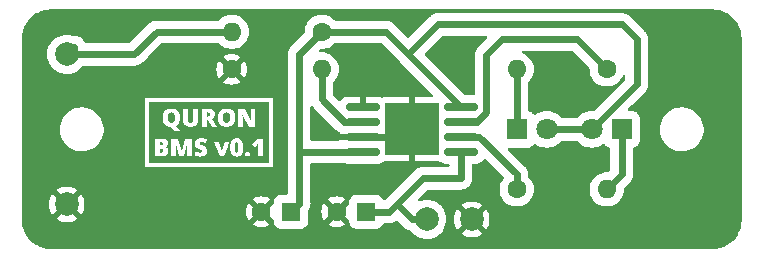
<source format=gbr>
%TF.GenerationSoftware,KiCad,Pcbnew,7.0.1-3b83917a11~172~ubuntu22.04.1*%
%TF.CreationDate,2024-11-25T12:37:55-06:00*%
%TF.ProjectId,Quron_BMS,5175726f-6e5f-4424-9d53-2e6b69636164,rev?*%
%TF.SameCoordinates,Original*%
%TF.FileFunction,Copper,L1,Top*%
%TF.FilePolarity,Positive*%
%FSLAX46Y46*%
G04 Gerber Fmt 4.6, Leading zero omitted, Abs format (unit mm)*
G04 Created by KiCad (PCBNEW 7.0.1-3b83917a11~172~ubuntu22.04.1) date 2024-11-25 12:37:55*
%MOMM*%
%LPD*%
G01*
G04 APERTURE LIST*
G04 Aperture macros list*
%AMRoundRect*
0 Rectangle with rounded corners*
0 $1 Rounding radius*
0 $2 $3 $4 $5 $6 $7 $8 $9 X,Y pos of 4 corners*
0 Add a 4 corners polygon primitive as box body*
4,1,4,$2,$3,$4,$5,$6,$7,$8,$9,$2,$3,0*
0 Add four circle primitives for the rounded corners*
1,1,$1+$1,$2,$3*
1,1,$1+$1,$4,$5*
1,1,$1+$1,$6,$7*
1,1,$1+$1,$8,$9*
0 Add four rect primitives between the rounded corners*
20,1,$1+$1,$2,$3,$4,$5,0*
20,1,$1+$1,$4,$5,$6,$7,0*
20,1,$1+$1,$6,$7,$8,$9,0*
20,1,$1+$1,$8,$9,$2,$3,0*%
G04 Aperture macros list end*
%ADD10C,0.200000*%
%TA.AperFunction,ComponentPad*%
%ADD11C,2.000000*%
%TD*%
%TA.AperFunction,ComponentPad*%
%ADD12C,1.600000*%
%TD*%
%TA.AperFunction,ComponentPad*%
%ADD13O,1.600000X1.600000*%
%TD*%
%TA.AperFunction,ComponentPad*%
%ADD14R,1.600000X1.600000*%
%TD*%
%TA.AperFunction,SMDPad,CuDef*%
%ADD15RoundRect,0.175000X-1.250000X-0.175000X1.250000X-0.175000X1.250000X0.175000X-1.250000X0.175000X0*%
%TD*%
%TA.AperFunction,SMDPad,CuDef*%
%ADD16R,4.570000X4.450000*%
%TD*%
%TA.AperFunction,ComponentPad*%
%ADD17R,1.800000X1.800000*%
%TD*%
%TA.AperFunction,ComponentPad*%
%ADD18C,1.800000*%
%TD*%
%TA.AperFunction,Conductor*%
%ADD19C,0.600000*%
%TD*%
G04 APERTURE END LIST*
D10*
G36*
X150300246Y-140788190D02*
G01*
X150316996Y-140792896D01*
X150332395Y-140800738D01*
X150346442Y-140811718D01*
X150359139Y-140825834D01*
X150367775Y-140838480D01*
X150375651Y-140852891D01*
X150382768Y-140869066D01*
X150389124Y-140887006D01*
X150394820Y-140907142D01*
X150398306Y-140922025D01*
X150401543Y-140938076D01*
X150404532Y-140955296D01*
X150407271Y-140973682D01*
X150409761Y-140993237D01*
X150412002Y-141013960D01*
X150413994Y-141035850D01*
X150415737Y-141058908D01*
X150417231Y-141083134D01*
X150418476Y-141108527D01*
X150419472Y-141135089D01*
X150420219Y-141162818D01*
X150420717Y-141191715D01*
X150420873Y-141206601D01*
X150420966Y-141221780D01*
X150420998Y-141237250D01*
X150420967Y-141252674D01*
X150420875Y-141267804D01*
X150420721Y-141282641D01*
X150420228Y-141311435D01*
X150419490Y-141339056D01*
X150418505Y-141365503D01*
X150417275Y-141390776D01*
X150415798Y-141414876D01*
X150414075Y-141437802D01*
X150412105Y-141459555D01*
X150409890Y-141480135D01*
X150407429Y-141499540D01*
X150404721Y-141517773D01*
X150401767Y-141534832D01*
X150398567Y-141550717D01*
X150395121Y-141565429D01*
X150389490Y-141585296D01*
X150383255Y-141602908D01*
X150376228Y-141618788D01*
X150368409Y-141632936D01*
X150359798Y-141645351D01*
X150347084Y-141659210D01*
X150332961Y-141669989D01*
X150317431Y-141677689D01*
X150300492Y-141682308D01*
X150282146Y-141683848D01*
X150263959Y-141682354D01*
X150247135Y-141677872D01*
X150231673Y-141670401D01*
X150217574Y-141659943D01*
X150204837Y-141646496D01*
X150196178Y-141634450D01*
X150188286Y-141620723D01*
X150181160Y-141605316D01*
X150174801Y-141588227D01*
X150172840Y-141582095D01*
X150167330Y-141561826D01*
X150163969Y-141546753D01*
X150160856Y-141530433D01*
X150157992Y-141512865D01*
X150155378Y-141494048D01*
X150153012Y-141473984D01*
X150150896Y-141452672D01*
X150149028Y-141430112D01*
X150147409Y-141406304D01*
X150146040Y-141381248D01*
X150144919Y-141354945D01*
X150144048Y-141327393D01*
X150143425Y-141298593D01*
X150143207Y-141283725D01*
X150143052Y-141268546D01*
X150142958Y-141253054D01*
X150142927Y-141237250D01*
X150142958Y-141221332D01*
X150143052Y-141205728D01*
X150143207Y-141190438D01*
X150143425Y-141175460D01*
X150143705Y-141160797D01*
X150144452Y-141132409D01*
X150145448Y-141105275D01*
X150146693Y-141079395D01*
X150148188Y-141054768D01*
X150149931Y-141031396D01*
X150151923Y-141009276D01*
X150154164Y-140988411D01*
X150156654Y-140968799D01*
X150159393Y-140950440D01*
X150162381Y-140933336D01*
X150165618Y-140917485D01*
X150169105Y-140902888D01*
X150174801Y-140883342D01*
X150181160Y-140866057D01*
X150188286Y-140850472D01*
X150196178Y-140836588D01*
X150204837Y-140824403D01*
X150217574Y-140810802D01*
X150231673Y-140800223D01*
X150247135Y-140792667D01*
X150263959Y-140788133D01*
X150282146Y-140786622D01*
X150300246Y-140788190D01*
G37*
G36*
X143903158Y-141368747D02*
G01*
X143920085Y-141369761D01*
X143936208Y-141371451D01*
X143951525Y-141373818D01*
X143970697Y-141378025D01*
X143988437Y-141383435D01*
X144004746Y-141390047D01*
X144019623Y-141397861D01*
X144033070Y-141406877D01*
X144045091Y-141417015D01*
X144055510Y-141428195D01*
X144064326Y-141440416D01*
X144071538Y-141453680D01*
X144077148Y-141467985D01*
X144081155Y-141483332D01*
X144083560Y-141499721D01*
X144084361Y-141517152D01*
X144083616Y-141535741D01*
X144081379Y-141553130D01*
X144077651Y-141569321D01*
X144072431Y-141584311D01*
X144065721Y-141598103D01*
X144057519Y-141610695D01*
X144047826Y-141622088D01*
X144036642Y-141632282D01*
X144023967Y-141641277D01*
X144009800Y-141649072D01*
X143994143Y-141655668D01*
X143976994Y-141661065D01*
X143958353Y-141665262D01*
X143938222Y-141668260D01*
X143916599Y-141670059D01*
X143893485Y-141670659D01*
X143750237Y-141670659D01*
X143750237Y-141368408D01*
X143885425Y-141368408D01*
X143903158Y-141368747D01*
G37*
G36*
X143887790Y-140792993D02*
G01*
X143909537Y-140794522D01*
X143929784Y-140797069D01*
X143948532Y-140800635D01*
X143965779Y-140805221D01*
X143981527Y-140810825D01*
X143995775Y-140817448D01*
X144008524Y-140825090D01*
X144024834Y-140838464D01*
X144037770Y-140854130D01*
X144047331Y-140872089D01*
X144053518Y-140892341D01*
X144055768Y-140907116D01*
X144056517Y-140922909D01*
X144055768Y-140940667D01*
X144053518Y-140957302D01*
X144049768Y-140972815D01*
X144044519Y-140987206D01*
X144037770Y-141000476D01*
X144029521Y-141012623D01*
X144019772Y-141023648D01*
X144008524Y-141033551D01*
X143999177Y-141040164D01*
X143985633Y-141047970D01*
X143970853Y-141054619D01*
X143954836Y-141060111D01*
X143937582Y-141064447D01*
X143919092Y-141067627D01*
X143904413Y-141069253D01*
X143889039Y-141070229D01*
X143872969Y-141070554D01*
X143750237Y-141070554D01*
X143750237Y-140792484D01*
X143864543Y-140792484D01*
X143887790Y-140792993D01*
G37*
G36*
X144761979Y-138275101D02*
G01*
X144779921Y-138276359D01*
X144797276Y-138278456D01*
X144814044Y-138281391D01*
X144830226Y-138285165D01*
X144845821Y-138289777D01*
X144860829Y-138295228D01*
X144875250Y-138301518D01*
X144889085Y-138308647D01*
X144902332Y-138316614D01*
X144914994Y-138325419D01*
X144927068Y-138335063D01*
X144938555Y-138345546D01*
X144949456Y-138356868D01*
X144959770Y-138369028D01*
X144969497Y-138382027D01*
X144978681Y-138395904D01*
X144987272Y-138410700D01*
X144995270Y-138426415D01*
X145002676Y-138443049D01*
X145009490Y-138460602D01*
X145015711Y-138479073D01*
X145021339Y-138498463D01*
X145026375Y-138518772D01*
X145030819Y-138540000D01*
X145034670Y-138562146D01*
X145037929Y-138585211D01*
X145040595Y-138609195D01*
X145042669Y-138634098D01*
X145044150Y-138659920D01*
X145045039Y-138686660D01*
X145045335Y-138714319D01*
X145045043Y-138741839D01*
X145044167Y-138768438D01*
X145042707Y-138794115D01*
X145040664Y-138818870D01*
X145038036Y-138842704D01*
X145034825Y-138865616D01*
X145031029Y-138887607D01*
X145026650Y-138908675D01*
X145021687Y-138928823D01*
X145016140Y-138948048D01*
X145010009Y-138966352D01*
X145003294Y-138983734D01*
X144995996Y-139000195D01*
X144988113Y-139015734D01*
X144979647Y-139030351D01*
X144970596Y-139044047D01*
X144960942Y-139056824D01*
X144950664Y-139068777D01*
X144939762Y-139079905D01*
X144928236Y-139090209D01*
X144916085Y-139099689D01*
X144903311Y-139108344D01*
X144889913Y-139116175D01*
X144875891Y-139123182D01*
X144861245Y-139129364D01*
X144845975Y-139134722D01*
X144830081Y-139139256D01*
X144813564Y-139142965D01*
X144796422Y-139145850D01*
X144778656Y-139147911D01*
X144760266Y-139149148D01*
X144741252Y-139149560D01*
X144722567Y-139149135D01*
X144704474Y-139147860D01*
X144686975Y-139145735D01*
X144670069Y-139142759D01*
X144653756Y-139138934D01*
X144638036Y-139134258D01*
X144622910Y-139128733D01*
X144608377Y-139122357D01*
X144594437Y-139115132D01*
X144581090Y-139107056D01*
X144568336Y-139098130D01*
X144556175Y-139088354D01*
X144544608Y-139077728D01*
X144533634Y-139066252D01*
X144523253Y-139053926D01*
X144513465Y-139040750D01*
X144504271Y-139026723D01*
X144495670Y-139011847D01*
X144487661Y-138996120D01*
X144480246Y-138979544D01*
X144473425Y-138962117D01*
X144467196Y-138943841D01*
X144461561Y-138924714D01*
X144456519Y-138904737D01*
X144452070Y-138883910D01*
X144448214Y-138862233D01*
X144444951Y-138839706D01*
X144442282Y-138816329D01*
X144440206Y-138792101D01*
X144438723Y-138767024D01*
X144437833Y-138741097D01*
X144437536Y-138714319D01*
X144437835Y-138687271D01*
X144438731Y-138661082D01*
X144440225Y-138635751D01*
X144442316Y-138611279D01*
X144445005Y-138587666D01*
X144448291Y-138564911D01*
X144452175Y-138543015D01*
X144456656Y-138521978D01*
X144461735Y-138501799D01*
X144467411Y-138482479D01*
X144473684Y-138464018D01*
X144480556Y-138446415D01*
X144488024Y-138429671D01*
X144496090Y-138413786D01*
X144504754Y-138398759D01*
X144514015Y-138384591D01*
X144523874Y-138371282D01*
X144534330Y-138358831D01*
X144545383Y-138347239D01*
X144557034Y-138336506D01*
X144569283Y-138326631D01*
X144582129Y-138317615D01*
X144595572Y-138309458D01*
X144609613Y-138302159D01*
X144624252Y-138295719D01*
X144639488Y-138290138D01*
X144655321Y-138285415D01*
X144671752Y-138281551D01*
X144688780Y-138278546D01*
X144706406Y-138276399D01*
X144724630Y-138275111D01*
X144743451Y-138274682D01*
X144761979Y-138275101D01*
G37*
G36*
X149444115Y-138275101D02*
G01*
X149462056Y-138276359D01*
X149479411Y-138278456D01*
X149496180Y-138281391D01*
X149512361Y-138285165D01*
X149527956Y-138289777D01*
X149542964Y-138295228D01*
X149557386Y-138301518D01*
X149571220Y-138308647D01*
X149584468Y-138316614D01*
X149597129Y-138325419D01*
X149609203Y-138335063D01*
X149620691Y-138345546D01*
X149631591Y-138356868D01*
X149641905Y-138369028D01*
X149651633Y-138382027D01*
X149660816Y-138395904D01*
X149669407Y-138410700D01*
X149677406Y-138426415D01*
X149684812Y-138443049D01*
X149691625Y-138460602D01*
X149697846Y-138479073D01*
X149703475Y-138498463D01*
X149708511Y-138518772D01*
X149712954Y-138540000D01*
X149716805Y-138562146D01*
X149720064Y-138585211D01*
X149722730Y-138609195D01*
X149724804Y-138634098D01*
X149726285Y-138659920D01*
X149727174Y-138686660D01*
X149727470Y-138714319D01*
X149727178Y-138741839D01*
X149726302Y-138768438D01*
X149724843Y-138794115D01*
X149722799Y-138818870D01*
X149720171Y-138842704D01*
X149716960Y-138865616D01*
X149713165Y-138887607D01*
X149708786Y-138908675D01*
X149703822Y-138928823D01*
X149698275Y-138948048D01*
X149692145Y-138966352D01*
X149685430Y-138983734D01*
X149678131Y-139000195D01*
X149670249Y-139015734D01*
X149661782Y-139030351D01*
X149652732Y-139044047D01*
X149643078Y-139056824D01*
X149632799Y-139068777D01*
X149621897Y-139079905D01*
X149610371Y-139090209D01*
X149598221Y-139099689D01*
X149585447Y-139108344D01*
X149572049Y-139116175D01*
X149558027Y-139123182D01*
X149543381Y-139129364D01*
X149528111Y-139134722D01*
X149512217Y-139139256D01*
X149495699Y-139142965D01*
X149478557Y-139145850D01*
X149460791Y-139147911D01*
X149442402Y-139149148D01*
X149423388Y-139149560D01*
X149404702Y-139149135D01*
X149386610Y-139147860D01*
X149369110Y-139145735D01*
X149352204Y-139142759D01*
X149335891Y-139138934D01*
X149320172Y-139134258D01*
X149305045Y-139128733D01*
X149290512Y-139122357D01*
X149276572Y-139115132D01*
X149263225Y-139107056D01*
X149250471Y-139098130D01*
X149238311Y-139088354D01*
X149226744Y-139077728D01*
X149215769Y-139066252D01*
X149205389Y-139053926D01*
X149195601Y-139040750D01*
X149186406Y-139026723D01*
X149177805Y-139011847D01*
X149169797Y-138996120D01*
X149162382Y-138979544D01*
X149155560Y-138962117D01*
X149149332Y-138943841D01*
X149143696Y-138924714D01*
X149138654Y-138904737D01*
X149134205Y-138883910D01*
X149130349Y-138862233D01*
X149127087Y-138839706D01*
X149124417Y-138816329D01*
X149122341Y-138792101D01*
X149120858Y-138767024D01*
X149119968Y-138741097D01*
X149119672Y-138714319D01*
X149119971Y-138687271D01*
X149120867Y-138661082D01*
X149122361Y-138635751D01*
X149124452Y-138611279D01*
X149127140Y-138587666D01*
X149130427Y-138564911D01*
X149134310Y-138543015D01*
X149138791Y-138521978D01*
X149143870Y-138501799D01*
X149149546Y-138482479D01*
X149155820Y-138464018D01*
X149162691Y-138446415D01*
X149170160Y-138429671D01*
X149178226Y-138413786D01*
X149186889Y-138398759D01*
X149196150Y-138384591D01*
X149206009Y-138371282D01*
X149216465Y-138358831D01*
X149227519Y-138347239D01*
X149239170Y-138336506D01*
X149251418Y-138326631D01*
X149264264Y-138317615D01*
X149277708Y-138309458D01*
X149291749Y-138302159D01*
X149306387Y-138295719D01*
X149321623Y-138290138D01*
X149337456Y-138285415D01*
X149353887Y-138281551D01*
X149370916Y-138278546D01*
X149388542Y-138276399D01*
X149406765Y-138275111D01*
X149425586Y-138274682D01*
X149444115Y-138275101D01*
G37*
G36*
X147839282Y-138273098D02*
G01*
X147862979Y-138274940D01*
X147885043Y-138278009D01*
X147905472Y-138282307D01*
X147924267Y-138287832D01*
X147941427Y-138294586D01*
X147956953Y-138302567D01*
X147970845Y-138311776D01*
X147983103Y-138322213D01*
X147993726Y-138333878D01*
X148002714Y-138346771D01*
X148010069Y-138360892D01*
X148015789Y-138376241D01*
X148019875Y-138392817D01*
X148022326Y-138410622D01*
X148023144Y-138429654D01*
X148022309Y-138452679D01*
X148019806Y-138474219D01*
X148015635Y-138494273D01*
X148009794Y-138512842D01*
X148002285Y-138529925D01*
X147993107Y-138545522D01*
X147982261Y-138559635D01*
X147969746Y-138572261D01*
X147955562Y-138583403D01*
X147939710Y-138593058D01*
X147922189Y-138601228D01*
X147902999Y-138607913D01*
X147882141Y-138613112D01*
X147859613Y-138616826D01*
X147835418Y-138619054D01*
X147809553Y-138619797D01*
X147733349Y-138619797D01*
X147733349Y-138272484D01*
X147813950Y-138272484D01*
X147839282Y-138273098D01*
G37*
G36*
X152984725Y-142522733D02*
G01*
X142828920Y-142522733D01*
X142828920Y-140484371D01*
X143343206Y-140484371D01*
X143343206Y-140792484D01*
X143343206Y-141368408D01*
X143343206Y-141985000D01*
X143929389Y-141985000D01*
X143945903Y-141984886D01*
X143962199Y-141984547D01*
X143978275Y-141983982D01*
X143994133Y-141983191D01*
X144009771Y-141982173D01*
X144025190Y-141980929D01*
X144040391Y-141979460D01*
X144055373Y-141977764D01*
X144070135Y-141975842D01*
X144084679Y-141973694D01*
X144113109Y-141968719D01*
X144140664Y-141962840D01*
X144167343Y-141956057D01*
X144193146Y-141948369D01*
X144218073Y-141939776D01*
X144242124Y-141930280D01*
X144265299Y-141919878D01*
X144287599Y-141908572D01*
X144309023Y-141896362D01*
X144329570Y-141883248D01*
X144349243Y-141869228D01*
X144367920Y-141854379D01*
X144385392Y-141838866D01*
X144401660Y-141822689D01*
X144416722Y-141805847D01*
X144430580Y-141788342D01*
X144443232Y-141770173D01*
X144454680Y-141751339D01*
X144464922Y-141731842D01*
X144473960Y-141711680D01*
X144481792Y-141690855D01*
X144488419Y-141669365D01*
X144493842Y-141647212D01*
X144498059Y-141624394D01*
X144501072Y-141600912D01*
X144502879Y-141576767D01*
X144503482Y-141551957D01*
X144503236Y-141535210D01*
X144502497Y-141518858D01*
X144501267Y-141502901D01*
X144499543Y-141487339D01*
X144497328Y-141472173D01*
X144494620Y-141457401D01*
X144491420Y-141443024D01*
X144485697Y-141422199D01*
X144478867Y-141402263D01*
X144470928Y-141383215D01*
X144461882Y-141365057D01*
X144451729Y-141347787D01*
X144440467Y-141331406D01*
X144436476Y-141326118D01*
X144423597Y-141310832D01*
X144409360Y-141296409D01*
X144393763Y-141282848D01*
X144376807Y-141270151D01*
X144358493Y-141258316D01*
X144345529Y-141250906D01*
X144331960Y-141243879D01*
X144317788Y-141237236D01*
X144303012Y-141230976D01*
X144287632Y-141225100D01*
X144271648Y-141219607D01*
X144255060Y-141214498D01*
X144237868Y-141209773D01*
X144237868Y-141199515D01*
X144250987Y-141195967D01*
X144270059Y-141189706D01*
X144288403Y-141182318D01*
X144306020Y-141173804D01*
X144322909Y-141164162D01*
X144339070Y-141153393D01*
X144354503Y-141141497D01*
X144369209Y-141128475D01*
X144383187Y-141114325D01*
X144396437Y-141099048D01*
X144408960Y-141082644D01*
X144416812Y-141071142D01*
X144427641Y-141053348D01*
X144437330Y-141034902D01*
X144445879Y-141015807D01*
X144453289Y-140996061D01*
X144459558Y-140975664D01*
X144464687Y-140954617D01*
X144467474Y-140940224D01*
X144469753Y-140925543D01*
X144471527Y-140910572D01*
X144472793Y-140895312D01*
X144473553Y-140879763D01*
X144473806Y-140863925D01*
X144473224Y-140839962D01*
X144471477Y-140816801D01*
X144468564Y-140794442D01*
X144464487Y-140772883D01*
X144459245Y-140752126D01*
X144452838Y-140732171D01*
X144445266Y-140713017D01*
X144436529Y-140694665D01*
X144426627Y-140677113D01*
X144415560Y-140660364D01*
X144403328Y-140644415D01*
X144389932Y-140629269D01*
X144375370Y-140614923D01*
X144359644Y-140601379D01*
X144342752Y-140588636D01*
X144324696Y-140576695D01*
X144305485Y-140565515D01*
X144285037Y-140555057D01*
X144263353Y-140545320D01*
X144240432Y-140536304D01*
X144216275Y-140528009D01*
X144190882Y-140520435D01*
X144164251Y-140513583D01*
X144136385Y-140507452D01*
X144121988Y-140504657D01*
X144107282Y-140502043D01*
X144092267Y-140499608D01*
X144076942Y-140497354D01*
X144061309Y-140495281D01*
X144045366Y-140493387D01*
X144029115Y-140491674D01*
X144012554Y-140490142D01*
X143995684Y-140488789D01*
X143978505Y-140487617D01*
X143961017Y-140486625D01*
X143943219Y-140485814D01*
X143925113Y-140485183D01*
X143906697Y-140484732D01*
X143887973Y-140484462D01*
X143868939Y-140484371D01*
X144757372Y-140484371D01*
X144757372Y-141985000D01*
X145118241Y-141985000D01*
X145118241Y-141333237D01*
X145118220Y-141323569D01*
X145118051Y-141303507D01*
X145117713Y-141282481D01*
X145117207Y-141260491D01*
X145116531Y-141237536D01*
X145115687Y-141213616D01*
X145114674Y-141188732D01*
X145113492Y-141162883D01*
X145112141Y-141136070D01*
X145110621Y-141108292D01*
X145108932Y-141079550D01*
X145108024Y-141064817D01*
X145107075Y-141049843D01*
X145106082Y-141034628D01*
X145105048Y-141019171D01*
X145103972Y-141003474D01*
X145102853Y-140987535D01*
X145101692Y-140971355D01*
X145100489Y-140954935D01*
X145099243Y-140938272D01*
X145097955Y-140921369D01*
X145096626Y-140904225D01*
X145105785Y-140904225D01*
X145413897Y-141985000D01*
X145801144Y-141985000D01*
X146105226Y-140906423D01*
X146114386Y-140906423D01*
X146113640Y-140921518D01*
X146112914Y-140936259D01*
X146111523Y-140964675D01*
X146110212Y-140991671D01*
X146108982Y-141017248D01*
X146107831Y-141041405D01*
X146106761Y-141064143D01*
X146105770Y-141085461D01*
X146104860Y-141105359D01*
X146104030Y-141123837D01*
X146103280Y-141140896D01*
X146102610Y-141156535D01*
X146101756Y-141177332D01*
X146101082Y-141194935D01*
X146100464Y-141213436D01*
X146100120Y-141228835D01*
X146099823Y-141243890D01*
X146099571Y-141258602D01*
X146099320Y-141276509D01*
X146099141Y-141293879D01*
X146099034Y-141310712D01*
X146098998Y-141327009D01*
X146098998Y-141985000D01*
X146473056Y-141985000D01*
X146473056Y-141913558D01*
X146717055Y-141913558D01*
X146730806Y-141920029D01*
X146744492Y-141926250D01*
X146758112Y-141932222D01*
X146771666Y-141937945D01*
X146791874Y-141946062D01*
X146811933Y-141953620D01*
X146831845Y-141960617D01*
X146851608Y-141967053D01*
X146871223Y-141972930D01*
X146890690Y-141978246D01*
X146910009Y-141983002D01*
X146929180Y-141987198D01*
X146935615Y-141988505D01*
X146955484Y-141992178D01*
X146976196Y-141995477D01*
X146997751Y-141998403D01*
X147012591Y-142000146D01*
X147027805Y-142001723D01*
X147043394Y-142003135D01*
X147059358Y-142004380D01*
X147075697Y-142005459D01*
X147092411Y-142006372D01*
X147109500Y-142007119D01*
X147126963Y-142007700D01*
X147144802Y-142008115D01*
X147163016Y-142008364D01*
X147181605Y-142008447D01*
X147203999Y-142008212D01*
X147226026Y-142007508D01*
X147247688Y-142006334D01*
X147268983Y-142004692D01*
X147289911Y-142002579D01*
X147310473Y-141999998D01*
X147330669Y-141996946D01*
X147350499Y-141993426D01*
X147369962Y-141989436D01*
X147389058Y-141984977D01*
X147407789Y-141980048D01*
X147426153Y-141974650D01*
X147444150Y-141968782D01*
X147461782Y-141962445D01*
X147479047Y-141955639D01*
X147495945Y-141948363D01*
X147512460Y-141940619D01*
X147528483Y-141932501D01*
X147544013Y-141924007D01*
X147559051Y-141915138D01*
X147573597Y-141905895D01*
X147587651Y-141896276D01*
X147601212Y-141886283D01*
X147614281Y-141875915D01*
X147626858Y-141865171D01*
X147638942Y-141854053D01*
X147650534Y-141842560D01*
X147661633Y-141830691D01*
X147672241Y-141818448D01*
X147682356Y-141805830D01*
X147691979Y-141792837D01*
X147701109Y-141779469D01*
X147709716Y-141765746D01*
X147717767Y-141751780D01*
X147725264Y-141737571D01*
X147732204Y-141723118D01*
X147738590Y-141708422D01*
X147744420Y-141693482D01*
X147749695Y-141678300D01*
X147754415Y-141662874D01*
X147758580Y-141647204D01*
X147762189Y-141631292D01*
X147765243Y-141615136D01*
X147767742Y-141598737D01*
X147769685Y-141582095D01*
X147771073Y-141565209D01*
X147771906Y-141548080D01*
X147772184Y-141530708D01*
X147771888Y-141511860D01*
X147770999Y-141493419D01*
X147769518Y-141475384D01*
X147767444Y-141457756D01*
X147764778Y-141440534D01*
X147761519Y-141423718D01*
X147757668Y-141407309D01*
X147753225Y-141391306D01*
X147748188Y-141375710D01*
X147742560Y-141360520D01*
X147736339Y-141345737D01*
X147729525Y-141331360D01*
X147722119Y-141317389D01*
X147714121Y-141303825D01*
X147705530Y-141290668D01*
X147696347Y-141277916D01*
X147686446Y-141265419D01*
X147675613Y-141253021D01*
X147663846Y-141240723D01*
X147651146Y-141228526D01*
X147637514Y-141216429D01*
X147622948Y-141204432D01*
X147607449Y-141192535D01*
X147591017Y-141180738D01*
X147573652Y-141169042D01*
X147555354Y-141157446D01*
X147536122Y-141145949D01*
X147515958Y-141134554D01*
X147494860Y-141123258D01*
X147472830Y-141112062D01*
X147449866Y-141100967D01*
X147425970Y-141089972D01*
X147413438Y-141084235D01*
X147389295Y-141073101D01*
X147366380Y-141062419D01*
X147344693Y-141052190D01*
X147324234Y-141042412D01*
X147305003Y-141033087D01*
X147286999Y-141024214D01*
X147270224Y-141015794D01*
X147254676Y-141007825D01*
X147240356Y-141000309D01*
X147221179Y-140989883D01*
X147204765Y-140980474D01*
X147191113Y-140972082D01*
X147177208Y-140962477D01*
X147166475Y-140953541D01*
X147155071Y-140941969D01*
X147145903Y-140929949D01*
X147137853Y-140914935D01*
X147133023Y-140899278D01*
X147131413Y-140882976D01*
X147132675Y-140868065D01*
X147137338Y-140851874D01*
X147145438Y-140836980D01*
X147155115Y-140825246D01*
X147167316Y-140814466D01*
X147169625Y-140812753D01*
X147182425Y-140805003D01*
X147197317Y-140798613D01*
X147214303Y-140793583D01*
X147229398Y-140790537D01*
X147245833Y-140788362D01*
X147263607Y-140787057D01*
X147282721Y-140786622D01*
X147302136Y-140787000D01*
X147322002Y-140788133D01*
X147342321Y-140790022D01*
X147363092Y-140792667D01*
X147384316Y-140796067D01*
X147405991Y-140800223D01*
X147428119Y-140805135D01*
X147450699Y-140810802D01*
X147473732Y-140817225D01*
X147497216Y-140824403D01*
X147521153Y-140832337D01*
X147545542Y-140841027D01*
X147570383Y-140850472D01*
X147595676Y-140860673D01*
X147621422Y-140871630D01*
X147647620Y-140883342D01*
X147675640Y-140812634D01*
X148381448Y-140812634D01*
X148826580Y-141985000D01*
X149225185Y-141985000D01*
X149509096Y-141237250D01*
X149738095Y-141237250D01*
X149738228Y-141260994D01*
X149738630Y-141284369D01*
X149739299Y-141307376D01*
X149740236Y-141330015D01*
X149741440Y-141352284D01*
X149742912Y-141374186D01*
X149744651Y-141395719D01*
X149746658Y-141416883D01*
X149748933Y-141437679D01*
X149751475Y-141458106D01*
X149754285Y-141478165D01*
X149757363Y-141497855D01*
X149760708Y-141517177D01*
X149764321Y-141536130D01*
X149768202Y-141554715D01*
X149772350Y-141572931D01*
X149776765Y-141590779D01*
X149781449Y-141608258D01*
X149786400Y-141625369D01*
X149791618Y-141642111D01*
X149797104Y-141658485D01*
X149802858Y-141674490D01*
X149808879Y-141690127D01*
X149815168Y-141705395D01*
X149821725Y-141720295D01*
X149828549Y-141734826D01*
X149835641Y-141748988D01*
X149843001Y-141762782D01*
X149850628Y-141776208D01*
X149858523Y-141789265D01*
X149866685Y-141801954D01*
X149875115Y-141814274D01*
X149883808Y-141826220D01*
X149901975Y-141848975D01*
X149921180Y-141870212D01*
X149941425Y-141889933D01*
X149962708Y-141908137D01*
X149985031Y-141924823D01*
X150008392Y-141939993D01*
X150032793Y-141953646D01*
X150058232Y-141965782D01*
X150084711Y-141976401D01*
X150112228Y-141985503D01*
X150126376Y-141989485D01*
X150140784Y-141993087D01*
X150155452Y-141996311D01*
X150170380Y-141999155D01*
X150185567Y-142001620D01*
X150201014Y-142003706D01*
X150216721Y-142005413D01*
X150232687Y-142006740D01*
X150248914Y-142007688D01*
X150265400Y-142008257D01*
X150282146Y-142008447D01*
X150299271Y-142008265D01*
X150316119Y-142007721D01*
X150332688Y-142006814D01*
X150348978Y-142005545D01*
X150364991Y-142003912D01*
X150380725Y-142001917D01*
X150396180Y-141999559D01*
X150411358Y-141996838D01*
X150426257Y-141993754D01*
X150440877Y-141990307D01*
X150455219Y-141986498D01*
X150469283Y-141982326D01*
X150496576Y-141972894D01*
X150522755Y-141962010D01*
X150547821Y-141949675D01*
X150571774Y-141935890D01*
X150594613Y-141920652D01*
X150616338Y-141903964D01*
X150636951Y-141885825D01*
X150656450Y-141866235D01*
X150674835Y-141845193D01*
X150692107Y-141822700D01*
X150699513Y-141811709D01*
X150981901Y-141811709D01*
X150981959Y-141817530D01*
X150982817Y-141834498D01*
X150984706Y-141850726D01*
X150987626Y-141866213D01*
X150991576Y-141880960D01*
X150996556Y-141894965D01*
X151004799Y-141912488D01*
X151014874Y-141928694D01*
X151026781Y-141943583D01*
X151040520Y-141957156D01*
X151048060Y-141963367D01*
X151059999Y-141971932D01*
X151072691Y-141979596D01*
X151086137Y-141986358D01*
X151100336Y-141992218D01*
X151115288Y-141997177D01*
X151130994Y-142001234D01*
X151147454Y-142004390D01*
X151164667Y-142006644D01*
X151182633Y-142007996D01*
X151201353Y-142008447D01*
X151213551Y-142008244D01*
X151231219Y-142007177D01*
X151248134Y-142005195D01*
X151264295Y-142002299D01*
X151279702Y-141998489D01*
X151294357Y-141993764D01*
X151308257Y-141988125D01*
X151325620Y-141979183D01*
X151341642Y-141968616D01*
X151356326Y-141956423D01*
X151359797Y-141953132D01*
X151372579Y-141939173D01*
X151383599Y-141923943D01*
X151392855Y-141907442D01*
X151400349Y-141889671D01*
X151404812Y-141875508D01*
X151408283Y-141860631D01*
X151410762Y-141845038D01*
X151412250Y-141828731D01*
X151412746Y-141811709D01*
X151412692Y-141805821D01*
X151411893Y-141788668D01*
X151410134Y-141772282D01*
X151407415Y-141756662D01*
X151403736Y-141741808D01*
X151399099Y-141727720D01*
X151391422Y-141710129D01*
X151382040Y-141693900D01*
X151370952Y-141679034D01*
X151358157Y-141665530D01*
X151347503Y-141656298D01*
X151331996Y-141645402D01*
X151315000Y-141636119D01*
X151301276Y-141630217D01*
X151286716Y-141625223D01*
X151271318Y-141621137D01*
X151255082Y-141617959D01*
X151238010Y-141615689D01*
X151220100Y-141614327D01*
X151201353Y-141613872D01*
X151181739Y-141614327D01*
X151163014Y-141615689D01*
X151145177Y-141617959D01*
X151128229Y-141621137D01*
X151112170Y-141625223D01*
X151097000Y-141630217D01*
X151082718Y-141636119D01*
X151069325Y-141642930D01*
X151052850Y-141653423D01*
X151037955Y-141665530D01*
X151034506Y-141668778D01*
X151021807Y-141682623D01*
X151010859Y-141697830D01*
X151001662Y-141714399D01*
X150994218Y-141732331D01*
X150989784Y-141746674D01*
X150986335Y-141761783D01*
X150983872Y-141777659D01*
X150982394Y-141794301D01*
X150981901Y-141811709D01*
X150699513Y-141811709D01*
X150708345Y-141798603D01*
X150716070Y-141785930D01*
X150723534Y-141772840D01*
X150730736Y-141759334D01*
X150737677Y-141745412D01*
X150744355Y-141731073D01*
X150750771Y-141716317D01*
X150756926Y-141701145D01*
X150762818Y-141685557D01*
X150768449Y-141669552D01*
X150773818Y-141653131D01*
X150778925Y-141636293D01*
X150783770Y-141619039D01*
X150788353Y-141601368D01*
X150792674Y-141583281D01*
X150796733Y-141564778D01*
X150800531Y-141545858D01*
X150804066Y-141526521D01*
X150807340Y-141506768D01*
X150810352Y-141486599D01*
X150813102Y-141466013D01*
X150815590Y-141445011D01*
X150817816Y-141423592D01*
X150819780Y-141401757D01*
X150821482Y-141379505D01*
X150822923Y-141356837D01*
X150824101Y-141333753D01*
X150825018Y-141310252D01*
X150825673Y-141286334D01*
X150826066Y-141262000D01*
X150826196Y-141237250D01*
X150826062Y-141213303D01*
X150825658Y-141189729D01*
X150824986Y-141166528D01*
X150824044Y-141143701D01*
X150822833Y-141121248D01*
X150821354Y-141099168D01*
X150819605Y-141077462D01*
X150817587Y-141056129D01*
X150815300Y-141035169D01*
X150812744Y-141014584D01*
X150809919Y-140994371D01*
X150806825Y-140974532D01*
X150803462Y-140955067D01*
X150799830Y-140935976D01*
X150795928Y-140917257D01*
X150792966Y-140904225D01*
X151586402Y-140904225D01*
X151797428Y-141163977D01*
X151968520Y-141023660D01*
X151982425Y-141011175D01*
X151995746Y-140998816D01*
X152008483Y-140986582D01*
X152020636Y-140974475D01*
X152032205Y-140962494D01*
X152043190Y-140950639D01*
X152053591Y-140938909D01*
X152063409Y-140927306D01*
X152062699Y-140942378D01*
X152062035Y-140957645D01*
X152061417Y-140973107D01*
X152060844Y-140988763D01*
X152060317Y-141004614D01*
X152059837Y-141020660D01*
X152059401Y-141036900D01*
X152059012Y-141053335D01*
X152058669Y-141069965D01*
X152058371Y-141086789D01*
X152058119Y-141103808D01*
X152057913Y-141121021D01*
X152057753Y-141138429D01*
X152057638Y-141156032D01*
X152057570Y-141173829D01*
X152057547Y-141191821D01*
X152057547Y-141985000D01*
X152470439Y-141985000D01*
X152470439Y-140484371D01*
X152103709Y-140484371D01*
X151586402Y-140904225D01*
X150792966Y-140904225D01*
X150791758Y-140898913D01*
X150787319Y-140880941D01*
X150782611Y-140863344D01*
X150777633Y-140846120D01*
X150772387Y-140829269D01*
X150766871Y-140812792D01*
X150761087Y-140796688D01*
X150755033Y-140780958D01*
X150748710Y-140765602D01*
X150742119Y-140750619D01*
X150735258Y-140736009D01*
X150728128Y-140721773D01*
X150720729Y-140707911D01*
X150713061Y-140694422D01*
X150705125Y-140681307D01*
X150696919Y-140668565D01*
X150688444Y-140656196D01*
X150679728Y-140644182D01*
X150661528Y-140621299D01*
X150642299Y-140599941D01*
X150622043Y-140580109D01*
X150600760Y-140561802D01*
X150578449Y-140545021D01*
X150555110Y-140529765D01*
X150530744Y-140516035D01*
X150505350Y-140503831D01*
X150478929Y-140493152D01*
X150451481Y-140483998D01*
X150437371Y-140479994D01*
X150423004Y-140476370D01*
X150408381Y-140473129D01*
X150393501Y-140470268D01*
X150378363Y-140467789D01*
X150362969Y-140465692D01*
X150347318Y-140463975D01*
X150331410Y-140462640D01*
X150315246Y-140461687D01*
X150298824Y-140461115D01*
X150282146Y-140460924D01*
X150265019Y-140461107D01*
X150248171Y-140461657D01*
X150231600Y-140462573D01*
X150215307Y-140463855D01*
X150199291Y-140465504D01*
X150183553Y-140467519D01*
X150168093Y-140469900D01*
X150152911Y-140472648D01*
X150138006Y-140475762D01*
X150123378Y-140479242D01*
X150109028Y-140483089D01*
X150094956Y-140487302D01*
X150067645Y-140496828D01*
X150041444Y-140507819D01*
X150016354Y-140520275D01*
X149992374Y-140534197D01*
X149969505Y-140549584D01*
X149947747Y-140566437D01*
X149927098Y-140584755D01*
X149907561Y-140604539D01*
X149889134Y-140625788D01*
X149871818Y-140648503D01*
X149863590Y-140660413D01*
X149855625Y-140672741D01*
X149847920Y-140685489D01*
X149840476Y-140698654D01*
X149833294Y-140712239D01*
X149826373Y-140726242D01*
X149819713Y-140740664D01*
X149813314Y-140755504D01*
X149807176Y-140770763D01*
X149801300Y-140786440D01*
X149795684Y-140802536D01*
X149790330Y-140819051D01*
X149785237Y-140835984D01*
X149780405Y-140853336D01*
X149775835Y-140871107D01*
X149771525Y-140889296D01*
X149767477Y-140907903D01*
X149763690Y-140926929D01*
X149760164Y-140946374D01*
X149756899Y-140966238D01*
X149753896Y-140986520D01*
X149751153Y-141007220D01*
X149748672Y-141028340D01*
X149746452Y-141049878D01*
X149744493Y-141071834D01*
X149742796Y-141094209D01*
X149741359Y-141117003D01*
X149740184Y-141140215D01*
X149739270Y-141163846D01*
X149738617Y-141187895D01*
X149738225Y-141212363D01*
X149738095Y-141237250D01*
X149509096Y-141237250D01*
X149670317Y-140812634D01*
X149251196Y-140812634D01*
X149043834Y-141509092D01*
X149042707Y-141513044D01*
X149038557Y-141528666D01*
X149034979Y-141543991D01*
X149031974Y-141559017D01*
X149029541Y-141573746D01*
X149027305Y-141591739D01*
X149025963Y-141609266D01*
X149025516Y-141626329D01*
X149018189Y-141626329D01*
X149018126Y-141621114D01*
X149017285Y-141605847D01*
X149015624Y-141590792D01*
X149014805Y-141584786D01*
X149012507Y-141569759D01*
X149009762Y-141554521D01*
X149006934Y-141539425D01*
X149003534Y-141524846D01*
X149002830Y-141521846D01*
X148999504Y-141507260D01*
X148802034Y-140812634D01*
X148381448Y-140812634D01*
X147675640Y-140812634D01*
X147772184Y-140569002D01*
X147756989Y-140562352D01*
X147741813Y-140555914D01*
X147726655Y-140549687D01*
X147711516Y-140543671D01*
X147696396Y-140537866D01*
X147681294Y-140532272D01*
X147666211Y-140526889D01*
X147651146Y-140521718D01*
X147636100Y-140516757D01*
X147621073Y-140512008D01*
X147606064Y-140507469D01*
X147591074Y-140503142D01*
X147576102Y-140499026D01*
X147561149Y-140495121D01*
X147546215Y-140491426D01*
X147531299Y-140487943D01*
X147516402Y-140484672D01*
X147501524Y-140481611D01*
X147486664Y-140478761D01*
X147471822Y-140476123D01*
X147457000Y-140473695D01*
X147442196Y-140471479D01*
X147427410Y-140469473D01*
X147412643Y-140467679D01*
X147397895Y-140466096D01*
X147383165Y-140464724D01*
X147368454Y-140463563D01*
X147353762Y-140462613D01*
X147339088Y-140461874D01*
X147324432Y-140461346D01*
X147295178Y-140460924D01*
X147278733Y-140461038D01*
X147262510Y-140461379D01*
X147246507Y-140461948D01*
X147230726Y-140462745D01*
X147215166Y-140463768D01*
X147199827Y-140465020D01*
X147184709Y-140466499D01*
X147169812Y-140468206D01*
X147140682Y-140472301D01*
X147112436Y-140477307D01*
X147085075Y-140483224D01*
X147058598Y-140490050D01*
X147033005Y-140497787D01*
X147008297Y-140506433D01*
X146984474Y-140515990D01*
X146961534Y-140526458D01*
X146939479Y-140537835D01*
X146918309Y-140550122D01*
X146898023Y-140563320D01*
X146878621Y-140577428D01*
X146860299Y-140592304D01*
X146843159Y-140607899D01*
X146827200Y-140624212D01*
X146812424Y-140641244D01*
X146798830Y-140658994D01*
X146786418Y-140677463D01*
X146775188Y-140696649D01*
X146765140Y-140716555D01*
X146756274Y-140737179D01*
X146748591Y-140758521D01*
X146742089Y-140780581D01*
X146736770Y-140803360D01*
X146732632Y-140826858D01*
X146729677Y-140851073D01*
X146727904Y-140876008D01*
X146727313Y-140901660D01*
X146727452Y-140915465D01*
X146728181Y-140935732D01*
X146729534Y-140955470D01*
X146731512Y-140974681D01*
X146734115Y-140993363D01*
X146737343Y-141011517D01*
X146741195Y-141029144D01*
X146745672Y-141046242D01*
X146750773Y-141062812D01*
X146756499Y-141078854D01*
X146762850Y-141094368D01*
X146767441Y-141104463D01*
X146774886Y-141119337D01*
X146783000Y-141133890D01*
X146791785Y-141148120D01*
X146801238Y-141162028D01*
X146811362Y-141175614D01*
X146822156Y-141188878D01*
X146833619Y-141201821D01*
X146845752Y-141214441D01*
X146858554Y-141226739D01*
X146872027Y-141238715D01*
X146876701Y-141242635D01*
X146891587Y-141254441D01*
X146907768Y-141266317D01*
X146925243Y-141278264D01*
X146937612Y-141286268D01*
X146950556Y-141294304D01*
X146964076Y-141302371D01*
X146978171Y-141310470D01*
X146992841Y-141318600D01*
X147008087Y-141326762D01*
X147023908Y-141334955D01*
X147040304Y-141343179D01*
X147057276Y-141351435D01*
X147074822Y-141359723D01*
X147092945Y-141368042D01*
X147112833Y-141377008D01*
X147131739Y-141385587D01*
X147149664Y-141393781D01*
X147166607Y-141401587D01*
X147182568Y-141409008D01*
X147197547Y-141416042D01*
X147211545Y-141422689D01*
X147230701Y-141431936D01*
X147247648Y-141440313D01*
X147262386Y-141447821D01*
X147278600Y-141456479D01*
X147293346Y-141465129D01*
X147302453Y-141470990D01*
X147314891Y-141479783D01*
X147327546Y-141490041D01*
X147338203Y-141500300D01*
X147347934Y-141512023D01*
X147353786Y-141520949D01*
X147360294Y-141535352D01*
X147364077Y-141550972D01*
X147365153Y-141565879D01*
X147364489Y-141577877D01*
X147361003Y-141594844D01*
X147354529Y-141610575D01*
X147345066Y-141625070D01*
X147334898Y-141636204D01*
X147322655Y-141646479D01*
X147317200Y-141650250D01*
X147301908Y-141658613D01*
X147287975Y-141664209D01*
X147272530Y-141668831D01*
X147255575Y-141672480D01*
X147237107Y-141675157D01*
X147222265Y-141676525D01*
X147206573Y-141677346D01*
X147190031Y-141677620D01*
X147183439Y-141677587D01*
X147163424Y-141677099D01*
X147143048Y-141676025D01*
X147122311Y-141674364D01*
X147101214Y-141672118D01*
X147079755Y-141669285D01*
X147065250Y-141667071D01*
X147050584Y-141664597D01*
X147035757Y-141661862D01*
X147020771Y-141658867D01*
X147005624Y-141655611D01*
X146990317Y-141652095D01*
X146974849Y-141648318D01*
X146959222Y-141644281D01*
X146943549Y-141640009D01*
X146927949Y-141635528D01*
X146912420Y-141630838D01*
X146896963Y-141625940D01*
X146881577Y-141620832D01*
X146866262Y-141615515D01*
X146851020Y-141609990D01*
X146835848Y-141604255D01*
X146820749Y-141598312D01*
X146805721Y-141592160D01*
X146790764Y-141585798D01*
X146775879Y-141579228D01*
X146761066Y-141572449D01*
X146746324Y-141565461D01*
X146731654Y-141558264D01*
X146717055Y-141550858D01*
X146717055Y-141913558D01*
X146473056Y-141913558D01*
X146473056Y-140484371D01*
X145930104Y-140484371D01*
X145621992Y-141549759D01*
X145613932Y-141549759D01*
X145299591Y-140484371D01*
X144757372Y-140484371D01*
X143868939Y-140484371D01*
X143343206Y-140484371D01*
X142828920Y-140484371D01*
X142828920Y-138712121D01*
X144008890Y-138712121D01*
X144008907Y-138714319D01*
X144009075Y-138735666D01*
X144009629Y-138758858D01*
X144010552Y-138781697D01*
X144011844Y-138804181D01*
X144013506Y-138826313D01*
X144015536Y-138848091D01*
X144017936Y-138869515D01*
X144020705Y-138890586D01*
X144023844Y-138911304D01*
X144027352Y-138931668D01*
X144031228Y-138951678D01*
X144035475Y-138971335D01*
X144040090Y-138990639D01*
X144045074Y-139009589D01*
X144050428Y-139028185D01*
X144056151Y-139046428D01*
X144062243Y-139064318D01*
X144068705Y-139081854D01*
X144075536Y-139099037D01*
X144082736Y-139115866D01*
X144090305Y-139132341D01*
X144098243Y-139148464D01*
X144106551Y-139164232D01*
X144115227Y-139179648D01*
X144124274Y-139194709D01*
X144133689Y-139209417D01*
X144143473Y-139223772D01*
X144153627Y-139237774D01*
X144164150Y-139251421D01*
X144175042Y-139264716D01*
X144186304Y-139277656D01*
X144197934Y-139290244D01*
X144209911Y-139302438D01*
X144222210Y-139314245D01*
X144234832Y-139325665D01*
X144247777Y-139336698D01*
X144261044Y-139347343D01*
X144274635Y-139357602D01*
X144288547Y-139367473D01*
X144302783Y-139376958D01*
X144317341Y-139386055D01*
X144332222Y-139394765D01*
X144347426Y-139403088D01*
X144362953Y-139411024D01*
X144378802Y-139418572D01*
X144394974Y-139425734D01*
X144411468Y-139432509D01*
X144428286Y-139438896D01*
X144445426Y-139444896D01*
X144462889Y-139450510D01*
X144480674Y-139455736D01*
X144498782Y-139460575D01*
X144517213Y-139465026D01*
X144535967Y-139469091D01*
X144555043Y-139472769D01*
X144574442Y-139476059D01*
X144594164Y-139478962D01*
X144614208Y-139481479D01*
X144634576Y-139483608D01*
X144655266Y-139485350D01*
X144676278Y-139486705D01*
X144697614Y-139487673D01*
X144719272Y-139488253D01*
X144741252Y-139488447D01*
X144742352Y-139489546D01*
X144742352Y-139490279D01*
X144743451Y-139491378D01*
X145009065Y-139816709D01*
X145516113Y-139816709D01*
X145148283Y-139403084D01*
X145168321Y-139391631D01*
X145187723Y-139379528D01*
X145206489Y-139366775D01*
X145224619Y-139353373D01*
X145242112Y-139339321D01*
X145258969Y-139324619D01*
X145275191Y-139309267D01*
X145290776Y-139293266D01*
X145305725Y-139276615D01*
X145320038Y-139259315D01*
X145333715Y-139241364D01*
X145346755Y-139222764D01*
X145359160Y-139203514D01*
X145370928Y-139183615D01*
X145382060Y-139163065D01*
X145392556Y-139141866D01*
X145402416Y-139120017D01*
X145411640Y-139097519D01*
X145420228Y-139074371D01*
X145428180Y-139050573D01*
X145435495Y-139026125D01*
X145442175Y-139001028D01*
X145448218Y-138975281D01*
X145453625Y-138948884D01*
X145458396Y-138921837D01*
X145462531Y-138894141D01*
X145466029Y-138865795D01*
X145468892Y-138836799D01*
X145471118Y-138807154D01*
X145472709Y-138776859D01*
X145473663Y-138745914D01*
X145473981Y-138714319D01*
X145473800Y-138690708D01*
X145473257Y-138667457D01*
X145472352Y-138644566D01*
X145471084Y-138622035D01*
X145469455Y-138599864D01*
X145467464Y-138578053D01*
X145465110Y-138556602D01*
X145462395Y-138535510D01*
X145459317Y-138514779D01*
X145455877Y-138494408D01*
X145452076Y-138474396D01*
X145447912Y-138454744D01*
X145443386Y-138435453D01*
X145438498Y-138416521D01*
X145433248Y-138397949D01*
X145427636Y-138379737D01*
X145421662Y-138361885D01*
X145415325Y-138344393D01*
X145408627Y-138327261D01*
X145401567Y-138310488D01*
X145394144Y-138294076D01*
X145386360Y-138278024D01*
X145378213Y-138262331D01*
X145369705Y-138246999D01*
X145360834Y-138232026D01*
X145351601Y-138217413D01*
X145342006Y-138203160D01*
X145332049Y-138189268D01*
X145321730Y-138175735D01*
X145311049Y-138162562D01*
X145300006Y-138149749D01*
X145288601Y-138137295D01*
X145276844Y-138125214D01*
X145264747Y-138113516D01*
X145252309Y-138102202D01*
X145239531Y-138091271D01*
X145226412Y-138080724D01*
X145212952Y-138070560D01*
X145199152Y-138060780D01*
X145185011Y-138051383D01*
X145170530Y-138042370D01*
X145155708Y-138033740D01*
X145140545Y-138025494D01*
X145125042Y-138017632D01*
X145109198Y-138010153D01*
X145093014Y-138003057D01*
X145076489Y-137996345D01*
X145059623Y-137990017D01*
X145042417Y-137984072D01*
X145024870Y-137978511D01*
X145006982Y-137973333D01*
X144988754Y-137968539D01*
X144971209Y-137964371D01*
X145729703Y-137964371D01*
X145729703Y-138878450D01*
X145729865Y-138896771D01*
X145730349Y-138914823D01*
X145731155Y-138932606D01*
X145732285Y-138950120D01*
X145733737Y-138967365D01*
X145735512Y-138984341D01*
X145737610Y-139001048D01*
X145740030Y-139017486D01*
X145742773Y-139033654D01*
X145745839Y-139049554D01*
X145749227Y-139065184D01*
X145752939Y-139080546D01*
X145756973Y-139095638D01*
X145761329Y-139110462D01*
X145766009Y-139125016D01*
X145771011Y-139139302D01*
X145776336Y-139153318D01*
X145781983Y-139167065D01*
X145794246Y-139193753D01*
X145807800Y-139219364D01*
X145822645Y-139243899D01*
X145838781Y-139267357D01*
X145856208Y-139289740D01*
X145874925Y-139311046D01*
X145894933Y-139331277D01*
X145905422Y-139340946D01*
X145927235Y-139359365D01*
X145950162Y-139376555D01*
X145974202Y-139392518D01*
X145999355Y-139407252D01*
X146012349Y-139414159D01*
X146025621Y-139420759D01*
X146039172Y-139427052D01*
X146053001Y-139433038D01*
X146067109Y-139438717D01*
X146081495Y-139444089D01*
X146096159Y-139449154D01*
X146111102Y-139453912D01*
X146126323Y-139458363D01*
X146141822Y-139462508D01*
X146157600Y-139466345D01*
X146173655Y-139469875D01*
X146189990Y-139473098D01*
X146206603Y-139476014D01*
X146223494Y-139478624D01*
X146240663Y-139480926D01*
X146258111Y-139482921D01*
X146275837Y-139484610D01*
X146293841Y-139485991D01*
X146312124Y-139487065D01*
X146330685Y-139487833D01*
X146349525Y-139488293D01*
X146368642Y-139488447D01*
X146388190Y-139488289D01*
X146407450Y-139487814D01*
X146426421Y-139487024D01*
X146445104Y-139485917D01*
X146463498Y-139484493D01*
X146481604Y-139482754D01*
X146499422Y-139480698D01*
X146516951Y-139478326D01*
X146534192Y-139475638D01*
X146551145Y-139472633D01*
X146567809Y-139469312D01*
X146584185Y-139465675D01*
X146600272Y-139461722D01*
X146616071Y-139457452D01*
X146631582Y-139452866D01*
X146646805Y-139447964D01*
X146661739Y-139442745D01*
X146676384Y-139437210D01*
X146690741Y-139431359D01*
X146704810Y-139425192D01*
X146718591Y-139418708D01*
X146732083Y-139411908D01*
X146745287Y-139404792D01*
X146758202Y-139397359D01*
X146770829Y-139389611D01*
X146783168Y-139381546D01*
X146806980Y-139364467D01*
X146829639Y-139346123D01*
X146851144Y-139326514D01*
X146861445Y-139316263D01*
X146881066Y-139294979D01*
X146899378Y-139272654D01*
X146916382Y-139249287D01*
X146932079Y-139224878D01*
X146946467Y-139199427D01*
X146953171Y-139186311D01*
X146959548Y-139172934D01*
X146965597Y-139159297D01*
X146971320Y-139145400D01*
X146976716Y-139131242D01*
X146981784Y-139116823D01*
X146986526Y-139102144D01*
X146990940Y-139087205D01*
X146995028Y-139072005D01*
X146998789Y-139056545D01*
X147002222Y-139040824D01*
X147005329Y-139024843D01*
X147008108Y-139008601D01*
X147010561Y-138992099D01*
X147012687Y-138975336D01*
X147014485Y-138958313D01*
X147015957Y-138941030D01*
X147017101Y-138923486D01*
X147017919Y-138905681D01*
X147018409Y-138887617D01*
X147018573Y-138869291D01*
X147018573Y-137964371D01*
X147326319Y-137964371D01*
X147326319Y-138272484D01*
X147326319Y-139465000D01*
X147733349Y-139465000D01*
X147733349Y-138925711D01*
X147836298Y-138925711D01*
X148155767Y-139465000D01*
X148617386Y-139465000D01*
X148178482Y-138817267D01*
X148194215Y-138808175D01*
X148209448Y-138798851D01*
X148224182Y-138789293D01*
X148238417Y-138779503D01*
X148252152Y-138769481D01*
X148265388Y-138759226D01*
X148278124Y-138748738D01*
X148290360Y-138738018D01*
X148302098Y-138727066D01*
X148313336Y-138715880D01*
X148316871Y-138712121D01*
X148691026Y-138712121D01*
X148691043Y-138714319D01*
X148691210Y-138735666D01*
X148691764Y-138758858D01*
X148692687Y-138781697D01*
X148693979Y-138804181D01*
X148695641Y-138826313D01*
X148697672Y-138848091D01*
X148700072Y-138869515D01*
X148702841Y-138890586D01*
X148705979Y-138911304D01*
X148709487Y-138931668D01*
X148713364Y-138951678D01*
X148717610Y-138971335D01*
X148722225Y-138990639D01*
X148727210Y-139009589D01*
X148732564Y-139028185D01*
X148738287Y-139046428D01*
X148744379Y-139064318D01*
X148750840Y-139081854D01*
X148757671Y-139099037D01*
X148764871Y-139115866D01*
X148772440Y-139132341D01*
X148780378Y-139148464D01*
X148788686Y-139164232D01*
X148797363Y-139179648D01*
X148806409Y-139194709D01*
X148815824Y-139209417D01*
X148825609Y-139223772D01*
X148835762Y-139237774D01*
X148846285Y-139251421D01*
X148857178Y-139264716D01*
X148868439Y-139277656D01*
X148880070Y-139290244D01*
X148892047Y-139302438D01*
X148904347Y-139314245D01*
X148916971Y-139325665D01*
X148929918Y-139336698D01*
X148943189Y-139347343D01*
X148956783Y-139357602D01*
X148970700Y-139367473D01*
X148984941Y-139376958D01*
X148999506Y-139386055D01*
X149014394Y-139394765D01*
X149029605Y-139403088D01*
X149045140Y-139411024D01*
X149060998Y-139418572D01*
X149077179Y-139425734D01*
X149093684Y-139432509D01*
X149110513Y-139438896D01*
X149127665Y-139444896D01*
X149145140Y-139450510D01*
X149162939Y-139455736D01*
X149181061Y-139460575D01*
X149199506Y-139465026D01*
X149218275Y-139469091D01*
X149237368Y-139472769D01*
X149256784Y-139476059D01*
X149276523Y-139478962D01*
X149296586Y-139481479D01*
X149316972Y-139483608D01*
X149337681Y-139485350D01*
X149358714Y-139486705D01*
X149380071Y-139487673D01*
X149401751Y-139488253D01*
X149423754Y-139488447D01*
X149446048Y-139488254D01*
X149468004Y-139487675D01*
X149489622Y-139486711D01*
X149510903Y-139485361D01*
X149531846Y-139483626D01*
X149552451Y-139481504D01*
X149572718Y-139478998D01*
X149592648Y-139476105D01*
X149612240Y-139472827D01*
X149631494Y-139469163D01*
X149650411Y-139465113D01*
X149668989Y-139460678D01*
X149687230Y-139455856D01*
X149705133Y-139450650D01*
X149722699Y-139445057D01*
X149739927Y-139439079D01*
X149756816Y-139432715D01*
X149773369Y-139425966D01*
X149789583Y-139418831D01*
X149805460Y-139411310D01*
X149820999Y-139403403D01*
X149836200Y-139395111D01*
X149851064Y-139386433D01*
X149865589Y-139377370D01*
X149879777Y-139367920D01*
X149893628Y-139358086D01*
X149907140Y-139347865D01*
X149920315Y-139337259D01*
X149933152Y-139326267D01*
X149945652Y-139314889D01*
X149957813Y-139303126D01*
X149969637Y-139290976D01*
X149981110Y-139278457D01*
X149992218Y-139265583D01*
X150002963Y-139252354D01*
X150013343Y-139238770D01*
X150023359Y-139224831D01*
X150033011Y-139210537D01*
X150042298Y-139195888D01*
X150051222Y-139180884D01*
X150059781Y-139165525D01*
X150067976Y-139149812D01*
X150075806Y-139133743D01*
X150083273Y-139117320D01*
X150090375Y-139100541D01*
X150097113Y-139083408D01*
X150103487Y-139065920D01*
X150109496Y-139048077D01*
X150115142Y-139029879D01*
X150120423Y-139011326D01*
X150125340Y-138992418D01*
X150129893Y-138973155D01*
X150134081Y-138953538D01*
X150137905Y-138933565D01*
X150141366Y-138913238D01*
X150144461Y-138892555D01*
X150147193Y-138871518D01*
X150149560Y-138850126D01*
X150151564Y-138828379D01*
X150153203Y-138806277D01*
X150154477Y-138783820D01*
X150155388Y-138761008D01*
X150155934Y-138737841D01*
X150156116Y-138714319D01*
X150155935Y-138690708D01*
X150155392Y-138667457D01*
X150154487Y-138644566D01*
X150153220Y-138622035D01*
X150151590Y-138599864D01*
X150149599Y-138578053D01*
X150147246Y-138556602D01*
X150144530Y-138535510D01*
X150141452Y-138514779D01*
X150138013Y-138494408D01*
X150134211Y-138474396D01*
X150130047Y-138454744D01*
X150125521Y-138435453D01*
X150120633Y-138416521D01*
X150115383Y-138397949D01*
X150109771Y-138379737D01*
X150103797Y-138361885D01*
X150097461Y-138344393D01*
X150090763Y-138327261D01*
X150083702Y-138310488D01*
X150076280Y-138294076D01*
X150068495Y-138278024D01*
X150060349Y-138262331D01*
X150051840Y-138246999D01*
X150042969Y-138232026D01*
X150033736Y-138217413D01*
X150024141Y-138203160D01*
X150014185Y-138189268D01*
X150003866Y-138175735D01*
X149993184Y-138162562D01*
X149982141Y-138149749D01*
X149970736Y-138137295D01*
X149958979Y-138125214D01*
X149946882Y-138113516D01*
X149934444Y-138102202D01*
X149921666Y-138091271D01*
X149908547Y-138080724D01*
X149895088Y-138070560D01*
X149881287Y-138060780D01*
X149867147Y-138051383D01*
X149852665Y-138042370D01*
X149837843Y-138033740D01*
X149822680Y-138025494D01*
X149807177Y-138017632D01*
X149791333Y-138010153D01*
X149775149Y-138003057D01*
X149758624Y-137996345D01*
X149741758Y-137990017D01*
X149724552Y-137984072D01*
X149707005Y-137978511D01*
X149689118Y-137973333D01*
X149670890Y-137968539D01*
X149653344Y-137964371D01*
X150419899Y-137964371D01*
X150419899Y-139465000D01*
X150780767Y-139465000D01*
X150780767Y-138788691D01*
X150780690Y-138771790D01*
X150780458Y-138753967D01*
X150780072Y-138735222D01*
X150779531Y-138715556D01*
X150778835Y-138694968D01*
X150777985Y-138673458D01*
X150776981Y-138651027D01*
X150775821Y-138627674D01*
X150774508Y-138603399D01*
X150773039Y-138578203D01*
X150771417Y-138552086D01*
X150769639Y-138525046D01*
X150767707Y-138497085D01*
X150765621Y-138468202D01*
X150764519Y-138453416D01*
X150763379Y-138438398D01*
X150762201Y-138423150D01*
X150760984Y-138407672D01*
X150770509Y-138407672D01*
X151320788Y-139465000D01*
X151854215Y-139465000D01*
X151854215Y-137964371D01*
X151491514Y-137964371D01*
X151491514Y-138642878D01*
X151491571Y-138660401D01*
X151491743Y-138678621D01*
X151492029Y-138697541D01*
X151492430Y-138717158D01*
X151492945Y-138737474D01*
X151493575Y-138758489D01*
X151494319Y-138780202D01*
X151495178Y-138802613D01*
X151496151Y-138825722D01*
X151497239Y-138849530D01*
X151498441Y-138874037D01*
X151499757Y-138899241D01*
X151501188Y-138925145D01*
X151502734Y-138951746D01*
X151504394Y-138979046D01*
X151506169Y-139007044D01*
X151499940Y-139007044D01*
X150951860Y-137964371D01*
X150419899Y-137964371D01*
X149653344Y-137964371D01*
X149652321Y-137964128D01*
X149633412Y-137960101D01*
X149614162Y-137956457D01*
X149594571Y-137953197D01*
X149574640Y-137950321D01*
X149554369Y-137947828D01*
X149533756Y-137945718D01*
X149512804Y-137943992D01*
X149491510Y-137942650D01*
X149469876Y-137941691D01*
X149447901Y-137941116D01*
X149425586Y-137940924D01*
X149403336Y-137941118D01*
X149381419Y-137941698D01*
X149359836Y-137942666D01*
X149338586Y-137944021D01*
X149317670Y-137945763D01*
X149297087Y-137947892D01*
X149276837Y-137950408D01*
X149256921Y-137953312D01*
X149237338Y-137956602D01*
X149218089Y-137960280D01*
X149199174Y-137964345D01*
X149180591Y-137968796D01*
X149162343Y-137973635D01*
X149144427Y-137978861D01*
X149126845Y-137984475D01*
X149109597Y-137990475D01*
X149092682Y-137996862D01*
X149076100Y-138003637D01*
X149059852Y-138010798D01*
X149043937Y-138018347D01*
X149028356Y-138026283D01*
X149013108Y-138034606D01*
X148998194Y-138043316D01*
X148983613Y-138052413D01*
X148969366Y-138061898D01*
X148955452Y-138071769D01*
X148941871Y-138082028D01*
X148928624Y-138092673D01*
X148915711Y-138103706D01*
X148903130Y-138115126D01*
X148890884Y-138126933D01*
X148878970Y-138139127D01*
X148867407Y-138151665D01*
X148856212Y-138164549D01*
X148845383Y-138177780D01*
X148834921Y-138191357D01*
X148824826Y-138205280D01*
X148815099Y-138219550D01*
X148805738Y-138234166D01*
X148796745Y-138249128D01*
X148788118Y-138264437D01*
X148779859Y-138280092D01*
X148771967Y-138296093D01*
X148764442Y-138312440D01*
X148757284Y-138329134D01*
X148750493Y-138346175D01*
X148744069Y-138363561D01*
X148738012Y-138381294D01*
X148732322Y-138399373D01*
X148726999Y-138417799D01*
X148722044Y-138436571D01*
X148717455Y-138455689D01*
X148713234Y-138475153D01*
X148709380Y-138494964D01*
X148705892Y-138515121D01*
X148702772Y-138535625D01*
X148700019Y-138556475D01*
X148697633Y-138577671D01*
X148695614Y-138599213D01*
X148693962Y-138621102D01*
X148692677Y-138643337D01*
X148691760Y-138665919D01*
X148691209Y-138688847D01*
X148691026Y-138712121D01*
X148316871Y-138712121D01*
X148324074Y-138704463D01*
X148334313Y-138692812D01*
X148344052Y-138680930D01*
X148353292Y-138668814D01*
X148362033Y-138656466D01*
X148370274Y-138643886D01*
X148378015Y-138631072D01*
X148385257Y-138618027D01*
X148392000Y-138604749D01*
X148398243Y-138591238D01*
X148403987Y-138577495D01*
X148409231Y-138563519D01*
X148413976Y-138549310D01*
X148418222Y-138534869D01*
X148421968Y-138520196D01*
X148425214Y-138505290D01*
X148427961Y-138490151D01*
X148430209Y-138474780D01*
X148431957Y-138459176D01*
X148433205Y-138443340D01*
X148433955Y-138427271D01*
X148434204Y-138410969D01*
X148433604Y-138383493D01*
X148431804Y-138356889D01*
X148428804Y-138331158D01*
X148424604Y-138306298D01*
X148419204Y-138282311D01*
X148412605Y-138259196D01*
X148404805Y-138236953D01*
X148395805Y-138215583D01*
X148385605Y-138195085D01*
X148374205Y-138175459D01*
X148361605Y-138156705D01*
X148347805Y-138138824D01*
X148332805Y-138121815D01*
X148316606Y-138105678D01*
X148299206Y-138090413D01*
X148280606Y-138076021D01*
X148260806Y-138062501D01*
X148239807Y-138049853D01*
X148217607Y-138038078D01*
X148194207Y-138027174D01*
X148169607Y-138017143D01*
X148143808Y-138007985D01*
X148116808Y-137999698D01*
X148088608Y-137992284D01*
X148059209Y-137985742D01*
X148028609Y-137980072D01*
X147996809Y-137975275D01*
X147963810Y-137971350D01*
X147929610Y-137968297D01*
X147894211Y-137966116D01*
X147857611Y-137964808D01*
X147819811Y-137964371D01*
X147326319Y-137964371D01*
X147018573Y-137964371D01*
X146611542Y-137964371D01*
X146611542Y-138844378D01*
X146611487Y-138854433D01*
X146611046Y-138874011D01*
X146610165Y-138892879D01*
X146608842Y-138911037D01*
X146607079Y-138928485D01*
X146604875Y-138945223D01*
X146602230Y-138961251D01*
X146599145Y-138976570D01*
X146595619Y-138991179D01*
X146589503Y-139011761D01*
X146582395Y-139030746D01*
X146574296Y-139048134D01*
X146565205Y-139063925D01*
X146555122Y-139078119D01*
X146551552Y-139082514D01*
X146540038Y-139094863D01*
X146527320Y-139105956D01*
X146513398Y-139115793D01*
X146498271Y-139124374D01*
X146481941Y-139131700D01*
X146464406Y-139137769D01*
X146445666Y-139142583D01*
X146425723Y-139146141D01*
X146404575Y-139148444D01*
X146389807Y-139149281D01*
X146374504Y-139149560D01*
X146360163Y-139149279D01*
X146339483Y-139147807D01*
X146319802Y-139145072D01*
X146301118Y-139141075D01*
X146283433Y-139135815D01*
X146266746Y-139129294D01*
X146251057Y-139121510D01*
X146236366Y-139112464D01*
X146222674Y-139102156D01*
X146209979Y-139090585D01*
X146198283Y-139077752D01*
X146191052Y-139068390D01*
X146181079Y-139053069D01*
X146172157Y-139036216D01*
X146164284Y-139017830D01*
X146157461Y-138997911D01*
X146153495Y-138983780D01*
X146149996Y-138968968D01*
X146146963Y-138953475D01*
X146144398Y-138937300D01*
X146142298Y-138920445D01*
X146140665Y-138902908D01*
X146139499Y-138884690D01*
X146138799Y-138865791D01*
X146138566Y-138846210D01*
X146138566Y-137964371D01*
X145729703Y-137964371D01*
X144971209Y-137964371D01*
X144970186Y-137964128D01*
X144951276Y-137960101D01*
X144932027Y-137956457D01*
X144912436Y-137953197D01*
X144892505Y-137950321D01*
X144872233Y-137947828D01*
X144851621Y-137945718D01*
X144830668Y-137943992D01*
X144809375Y-137942650D01*
X144787741Y-137941691D01*
X144765766Y-137941116D01*
X144743451Y-137940924D01*
X144721200Y-137941118D01*
X144699284Y-137941698D01*
X144677700Y-137942666D01*
X144656451Y-137944021D01*
X144635534Y-137945763D01*
X144614951Y-137947892D01*
X144594702Y-137950408D01*
X144574786Y-137953312D01*
X144555203Y-137956602D01*
X144535954Y-137960280D01*
X144517038Y-137964345D01*
X144498456Y-137968796D01*
X144480207Y-137973635D01*
X144462292Y-137978861D01*
X144444710Y-137984475D01*
X144427461Y-137990475D01*
X144410546Y-137996862D01*
X144393965Y-138003637D01*
X144377717Y-138010798D01*
X144361802Y-138018347D01*
X144346221Y-138026283D01*
X144330973Y-138034606D01*
X144316059Y-138043316D01*
X144301478Y-138052413D01*
X144287230Y-138061898D01*
X144273317Y-138071769D01*
X144259736Y-138082028D01*
X144246489Y-138092673D01*
X144233575Y-138103706D01*
X144220995Y-138115126D01*
X144208748Y-138126933D01*
X144196835Y-138139127D01*
X144185272Y-138151665D01*
X144174076Y-138164549D01*
X144163247Y-138177780D01*
X144152786Y-138191357D01*
X144142691Y-138205280D01*
X144132963Y-138219550D01*
X144123603Y-138234166D01*
X144114609Y-138249128D01*
X144105983Y-138264437D01*
X144097724Y-138280092D01*
X144089831Y-138296093D01*
X144082306Y-138312440D01*
X144075148Y-138329134D01*
X144068357Y-138346175D01*
X144061933Y-138363561D01*
X144055876Y-138381294D01*
X144050187Y-138399373D01*
X144044864Y-138417799D01*
X144039908Y-138436571D01*
X144035320Y-138455689D01*
X144031099Y-138475153D01*
X144027244Y-138494964D01*
X144023757Y-138515121D01*
X144020637Y-138535625D01*
X144017884Y-138556475D01*
X144015498Y-138577671D01*
X144013479Y-138599213D01*
X144011827Y-138621102D01*
X144010542Y-138643337D01*
X144009624Y-138665919D01*
X144009074Y-138688847D01*
X144008890Y-138712121D01*
X142828920Y-138712121D01*
X142828920Y-137426638D01*
X152984725Y-137426638D01*
X152984725Y-142522733D01*
G37*
D11*
%TO.P,TP3,1,1*%
%TO.N,Net-(BT1-+)*%
X166370000Y-147320000D03*
%TD*%
D12*
%TO.P,R4,1*%
%TO.N,Net-(U1-~{CHRG})*%
X181610000Y-134620000D03*
D13*
%TO.P,R4,2*%
%TO.N,Net-(D1-K)*%
X173990000Y-134620000D03*
%TD*%
D14*
%TO.P,C1,1*%
%TO.N,Net-(BT1-+)*%
X161250000Y-146685000D03*
D12*
%TO.P,C1,2*%
%TO.N,GND*%
X158750000Y-146685000D03*
%TD*%
D15*
%TO.P,U1,1,TEMP*%
%TO.N,GND*%
X160950000Y-137795000D03*
%TO.P,U1,2,PROG*%
%TO.N,Net-(U1-PROG)*%
X160950000Y-139065000D03*
%TO.P,U1,3,GND*%
%TO.N,GND*%
X160950000Y-140335000D03*
%TO.P,U1,4,Vcc*%
%TO.N,/5V*%
X160950000Y-141605000D03*
%TO.P,U1,5,BAT*%
%TO.N,Net-(BT1-+)*%
X169250000Y-141605000D03*
%TO.P,U1,6,~{STDBY}*%
%TO.N,Net-(U1-~{STDBY})*%
X169250000Y-140335000D03*
%TO.P,U1,7,~{CHRG}*%
%TO.N,Net-(U1-~{CHRG})*%
X169250000Y-139065000D03*
%TO.P,U1,8,CE*%
%TO.N,/5V*%
X169250000Y-137795000D03*
D16*
%TO.P,U1,9,PAD*%
%TO.N,GND*%
X165100000Y-139700000D03*
%TD*%
D12*
%TO.P,R1,1*%
%TO.N,GND*%
X149860000Y-134620000D03*
D13*
%TO.P,R1,2*%
%TO.N,Net-(U1-PROG)*%
X157480000Y-134620000D03*
%TD*%
D12*
%TO.P,R3,1*%
%TO.N,Net-(U1-~{STDBY})*%
X173990000Y-144780000D03*
D13*
%TO.P,R3,2*%
%TO.N,Net-(D2-K)*%
X181610000Y-144780000D03*
%TD*%
D17*
%TO.P,D2,1,K*%
%TO.N,Net-(D2-K)*%
X182880000Y-139700000D03*
D18*
%TO.P,D2,2,A*%
%TO.N,/5V*%
X180340000Y-139700000D03*
%TD*%
D12*
%TO.P,R2,1*%
%TO.N,/5V*%
X157480000Y-131445000D03*
D13*
%TO.P,R2,2*%
%TO.N,Net-(R2-Pad2)*%
X149860000Y-131445000D03*
%TD*%
D17*
%TO.P,D1,1,K*%
%TO.N,Net-(D1-K)*%
X173990000Y-139700000D03*
D18*
%TO.P,D1,2,A*%
%TO.N,/5V*%
X176530000Y-139700000D03*
%TD*%
D11*
%TO.P,TP4,1,1*%
%TO.N,GND*%
X170180000Y-147320000D03*
%TD*%
%TO.P,TP5,1,1*%
%TO.N,GND*%
X135890000Y-146050000D03*
%TD*%
D14*
%TO.P,C2,1*%
%TO.N,/5V*%
X154875113Y-146685000D03*
D12*
%TO.P,C2,2*%
%TO.N,GND*%
X152375113Y-146685000D03*
%TD*%
D11*
%TO.P,TP1,1,1*%
%TO.N,Net-(R2-Pad2)*%
X135890000Y-133350000D03*
%TD*%
D19*
%TO.N,Net-(BT1-+)*%
X165100000Y-147320000D02*
X166370000Y-147320000D01*
X161925000Y-146685000D02*
X163195000Y-146685000D01*
X163830000Y-146050000D02*
X165100000Y-147320000D01*
X166030000Y-143850000D02*
X169250000Y-143850000D01*
X163195000Y-146685000D02*
X163830000Y-146050000D01*
X163830000Y-146050000D02*
X166030000Y-143850000D01*
X169250000Y-143850000D02*
X169250000Y-141605000D01*
%TO.N,GND*%
X160950000Y-140335000D02*
X164465000Y-140335000D01*
X164465000Y-140335000D02*
X165100000Y-139700000D01*
%TO.N,Net-(D1-K)*%
X173990000Y-139700000D02*
X173990000Y-134620000D01*
%TO.N,Net-(D2-K)*%
X181610000Y-144780000D02*
X182880000Y-143510000D01*
X182880000Y-143510000D02*
X182880000Y-139700000D01*
%TO.N,Net-(U1-PROG)*%
X159385000Y-139065000D02*
X160950000Y-139065000D01*
X157480000Y-137160000D02*
X159385000Y-139065000D01*
X157480000Y-134620000D02*
X157480000Y-137160000D01*
%TO.N,Net-(R2-Pad2)*%
X135890000Y-133350000D02*
X136525000Y-132715000D01*
X141605000Y-133350000D02*
X143510000Y-131445000D01*
X143510000Y-131445000D02*
X149860000Y-131445000D01*
X135890000Y-133350000D02*
X141605000Y-133350000D01*
%TO.N,Net-(U1-~{STDBY})*%
X169250000Y-140335000D02*
X170815000Y-140335000D01*
X173990000Y-143510000D02*
X173990000Y-144780000D01*
X170815000Y-140335000D02*
X173990000Y-143510000D01*
%TO.N,Net-(U1-~{CHRG})*%
X181610000Y-134620000D02*
X179070000Y-132080000D01*
X170600000Y-139065000D02*
X169250000Y-139065000D01*
X171420000Y-133380000D02*
X171420000Y-138245000D01*
X172720000Y-132080000D02*
X171420000Y-133380000D01*
X179070000Y-132080000D02*
X172720000Y-132080000D01*
X171420000Y-138245000D02*
X170600000Y-139065000D01*
%TO.N,/5V*%
X167345000Y-130810000D02*
X164805000Y-133350000D01*
X155575000Y-133350000D02*
X157480000Y-131445000D01*
X180340000Y-139700000D02*
X184150000Y-135890000D01*
X184150000Y-135890000D02*
X184150000Y-132080000D01*
X180340000Y-139700000D02*
X176530000Y-139700000D01*
X155575000Y-145985113D02*
X155575000Y-133350000D01*
X155575000Y-141605000D02*
X160950000Y-141605000D01*
X164805000Y-133350000D02*
X169250000Y-137795000D01*
X164170000Y-132715000D02*
X164805000Y-133350000D01*
X182880000Y-130810000D02*
X167345000Y-130810000D01*
X162900000Y-131445000D02*
X164170000Y-132715000D01*
X154875113Y-146685000D02*
X155575000Y-145985113D01*
X157480000Y-131445000D02*
X162900000Y-131445000D01*
X184150000Y-132080000D02*
X182880000Y-130810000D01*
%TD*%
%TA.AperFunction,Conductor*%
%TO.N,GND*%
G36*
X156687818Y-137731141D02*
G01*
X156737181Y-137761391D01*
X156779000Y-137803210D01*
X156785404Y-137810119D01*
X156821760Y-137852468D01*
X156844302Y-137869917D01*
X156856080Y-137880290D01*
X158703255Y-139727465D01*
X158705411Y-139729675D01*
X158762677Y-139789919D01*
X158808486Y-139821803D01*
X158815988Y-139827460D01*
X158859249Y-139862734D01*
X158884522Y-139875935D01*
X158897942Y-139884066D01*
X158921342Y-139900353D01*
X158956306Y-139915357D01*
X158998410Y-139945080D01*
X159024794Y-139989353D01*
X159030898Y-140040528D01*
X159026857Y-140084999D01*
X159026857Y-140085000D01*
X161076000Y-140085000D01*
X161138000Y-140101613D01*
X161183387Y-140147000D01*
X161200000Y-140209000D01*
X161200000Y-140461000D01*
X161183387Y-140523000D01*
X161138000Y-140568387D01*
X161076000Y-140585000D01*
X159026858Y-140585000D01*
X159000263Y-140614121D01*
X158958736Y-140643957D01*
X158908701Y-140654500D01*
X156649500Y-140654500D01*
X156587500Y-140637887D01*
X156542113Y-140592500D01*
X156525500Y-140530500D01*
X156525500Y-137849072D01*
X156539015Y-137792777D01*
X156576615Y-137748754D01*
X156630102Y-137726599D01*
X156687818Y-137731141D01*
G37*
%TD.AperFunction*%
%TA.AperFunction,Conductor*%
G36*
X178672381Y-133039939D02*
G01*
X178712609Y-133066819D01*
X180122400Y-134476610D01*
X180151143Y-134521612D01*
X180158296Y-134574528D01*
X180154529Y-134620001D01*
X180174379Y-134859558D01*
X180174379Y-134859561D01*
X180174380Y-134859563D01*
X180233390Y-135092591D01*
X180329951Y-135312728D01*
X180461429Y-135513969D01*
X180624236Y-135690825D01*
X180659500Y-135718272D01*
X180813927Y-135838468D01*
X180813929Y-135838469D01*
X180813933Y-135838472D01*
X181025344Y-135952882D01*
X181025347Y-135952883D01*
X181227497Y-136022281D01*
X181252703Y-136030934D01*
X181489808Y-136070500D01*
X181730191Y-136070500D01*
X181730192Y-136070500D01*
X181967297Y-136030934D01*
X182194656Y-135952882D01*
X182406067Y-135838472D01*
X182595764Y-135690825D01*
X182758571Y-135513969D01*
X182890049Y-135312728D01*
X182961944Y-135148822D01*
X183004283Y-135097124D01*
X183067305Y-135074904D01*
X183132706Y-135088617D01*
X183181494Y-135134281D01*
X183199500Y-135198633D01*
X183199500Y-135444928D01*
X183190061Y-135492381D01*
X183163181Y-135532609D01*
X180576104Y-138119684D01*
X180531342Y-138148339D01*
X180478695Y-138155621D01*
X180340000Y-138144706D01*
X180096696Y-138163854D01*
X179859384Y-138220828D01*
X179633911Y-138314221D01*
X179425822Y-138441740D01*
X179240238Y-138600243D01*
X179149888Y-138706031D01*
X179107512Y-138738110D01*
X179055598Y-138749500D01*
X177814402Y-138749500D01*
X177762488Y-138738110D01*
X177720112Y-138706031D01*
X177629761Y-138600243D01*
X177587846Y-138564444D01*
X177444179Y-138441741D01*
X177395940Y-138412180D01*
X177236088Y-138314221D01*
X177010615Y-138220828D01*
X176773303Y-138163854D01*
X176576162Y-138148339D01*
X176530000Y-138144706D01*
X176529999Y-138144706D01*
X176286696Y-138163854D01*
X176049384Y-138220828D01*
X175823911Y-138314221D01*
X175615818Y-138441742D01*
X175607099Y-138449189D01*
X175559757Y-138474373D01*
X175506210Y-138477213D01*
X175456470Y-138457179D01*
X175419839Y-138418017D01*
X175419362Y-138417210D01*
X175408081Y-138398135D01*
X175291865Y-138281919D01*
X175282599Y-138276439D01*
X175150397Y-138198255D01*
X175029905Y-138163249D01*
X174983476Y-138138040D01*
X174951755Y-138095792D01*
X174940500Y-138044173D01*
X174940500Y-135777517D01*
X174948983Y-135732442D01*
X174973270Y-135693534D01*
X174975764Y-135690825D01*
X175138571Y-135513969D01*
X175270049Y-135312728D01*
X175366610Y-135092591D01*
X175425620Y-134859563D01*
X175445471Y-134620000D01*
X175425620Y-134380437D01*
X175366610Y-134147409D01*
X175270049Y-133927272D01*
X175138571Y-133726031D01*
X174975764Y-133549175D01*
X174899564Y-133489866D01*
X174786072Y-133401531D01*
X174786068Y-133401528D01*
X174786067Y-133401528D01*
X174574656Y-133287118D01*
X174574654Y-133287117D01*
X174574650Y-133287115D01*
X174529982Y-133271781D01*
X174473663Y-133232270D01*
X174447074Y-133168820D01*
X174458397Y-133100963D01*
X174504148Y-133049584D01*
X174570244Y-133030500D01*
X178624928Y-133030500D01*
X178672381Y-133039939D01*
G37*
%TD.AperFunction*%
%TA.AperFunction,Conductor*%
G36*
X190551671Y-129540765D02*
G01*
X190564271Y-129541590D01*
X190858223Y-129560857D01*
X190874281Y-129562972D01*
X191138486Y-129615525D01*
X191179074Y-129623599D01*
X191194741Y-129627797D01*
X191408833Y-129700471D01*
X191489014Y-129727689D01*
X191503991Y-129733892D01*
X191749381Y-129854905D01*
X191782710Y-129871341D01*
X191796757Y-129879451D01*
X191807202Y-129886430D01*
X192055150Y-130052104D01*
X192068011Y-130061972D01*
X192128937Y-130115403D01*
X192301656Y-130266874D01*
X192313125Y-130278343D01*
X192518024Y-130511985D01*
X192527897Y-130524851D01*
X192545389Y-130551030D01*
X192700548Y-130783242D01*
X192708658Y-130797289D01*
X192846104Y-131076001D01*
X192852311Y-131090987D01*
X192952202Y-131385258D01*
X192956400Y-131400925D01*
X193017025Y-131705707D01*
X193019143Y-131721788D01*
X193039235Y-132028329D01*
X193039500Y-132036439D01*
X193039500Y-147363561D01*
X193039234Y-147371671D01*
X193019142Y-147678211D01*
X193017025Y-147694292D01*
X192956400Y-147999074D01*
X192952202Y-148014741D01*
X192852311Y-148309012D01*
X192846104Y-148323998D01*
X192708658Y-148602710D01*
X192700548Y-148616757D01*
X192527898Y-148875146D01*
X192518024Y-148888014D01*
X192313125Y-149121656D01*
X192301656Y-149133125D01*
X192068014Y-149338024D01*
X192055146Y-149347898D01*
X191796757Y-149520548D01*
X191782710Y-149528658D01*
X191503998Y-149666104D01*
X191489012Y-149672311D01*
X191194741Y-149772202D01*
X191179074Y-149776400D01*
X190874292Y-149837025D01*
X190858211Y-149839142D01*
X190551671Y-149859234D01*
X190543561Y-149859500D01*
X134576439Y-149859500D01*
X134568329Y-149859235D01*
X134261788Y-149839143D01*
X134245707Y-149837025D01*
X133940925Y-149776400D01*
X133925258Y-149772202D01*
X133630987Y-149672311D01*
X133616001Y-149666104D01*
X133337289Y-149528658D01*
X133323242Y-149520548D01*
X133064853Y-149347898D01*
X133051985Y-149338024D01*
X132818343Y-149133125D01*
X132806874Y-149121656D01*
X132601975Y-148888014D01*
X132592101Y-148875146D01*
X132419451Y-148616757D01*
X132411341Y-148602710D01*
X132356098Y-148490688D01*
X132273892Y-148323991D01*
X132267688Y-148309012D01*
X132251831Y-148262300D01*
X132235801Y-148215076D01*
X132167797Y-148014741D01*
X132163599Y-147999074D01*
X132141279Y-147886865D01*
X132116845Y-147764026D01*
X151649639Y-147764026D01*
X151722628Y-147815133D01*
X151928786Y-147911266D01*
X152148510Y-147970141D01*
X152375113Y-147989966D01*
X152601715Y-147970141D01*
X152821439Y-147911266D01*
X153027593Y-147815134D01*
X153100585Y-147764025D01*
X152375114Y-147038553D01*
X152375113Y-147038553D01*
X151649639Y-147764025D01*
X151649639Y-147764026D01*
X132116845Y-147764026D01*
X132102972Y-147694281D01*
X132100857Y-147678223D01*
X132080765Y-147371671D01*
X132080500Y-147363561D01*
X132080500Y-147273610D01*
X135019942Y-147273610D01*
X135066766Y-147310055D01*
X135285393Y-147428368D01*
X135520506Y-147509083D01*
X135765707Y-147550000D01*
X136014293Y-147550000D01*
X136259493Y-147509083D01*
X136494606Y-147428368D01*
X136713233Y-147310053D01*
X136760056Y-147273609D01*
X135890000Y-146403553D01*
X135019942Y-147273609D01*
X135019942Y-147273610D01*
X132080500Y-147273610D01*
X132080500Y-146050000D01*
X134384858Y-146050000D01*
X134405386Y-146297732D01*
X134466413Y-146538721D01*
X134566268Y-146766370D01*
X134666563Y-146919882D01*
X134666564Y-146919882D01*
X135536447Y-146050001D01*
X136243553Y-146050001D01*
X137113434Y-146919882D01*
X137213730Y-146766369D01*
X137249422Y-146684999D01*
X151070146Y-146684999D01*
X151089971Y-146911602D01*
X151148846Y-147131326D01*
X151244979Y-147337484D01*
X151296085Y-147410471D01*
X151296087Y-147410472D01*
X152021559Y-146685001D01*
X152728666Y-146685001D01*
X153388294Y-147344627D01*
X153415174Y-147384855D01*
X153424613Y-147432308D01*
X153424613Y-147550692D01*
X153427515Y-147587572D01*
X153473368Y-147745397D01*
X153524354Y-147831610D01*
X153557032Y-147886865D01*
X153673248Y-148003081D01*
X153789148Y-148071624D01*
X153814715Y-148086744D01*
X153972540Y-148132597D01*
X153972544Y-148132598D01*
X154009419Y-148135500D01*
X155740805Y-148135500D01*
X155740807Y-148135500D01*
X155777682Y-148132598D01*
X155935511Y-148086744D01*
X156076978Y-148003081D01*
X156193194Y-147886865D01*
X156265840Y-147764026D01*
X158024526Y-147764026D01*
X158097515Y-147815133D01*
X158303673Y-147911266D01*
X158523397Y-147970141D01*
X158750000Y-147989966D01*
X158976602Y-147970141D01*
X159196326Y-147911266D01*
X159402480Y-147815134D01*
X159475472Y-147764025D01*
X158750001Y-147038553D01*
X158750000Y-147038553D01*
X158024526Y-147764025D01*
X158024526Y-147764026D01*
X156265840Y-147764026D01*
X156276857Y-147745398D01*
X156322711Y-147587569D01*
X156325613Y-147550694D01*
X156325613Y-146684999D01*
X157445033Y-146684999D01*
X157464858Y-146911602D01*
X157523733Y-147131326D01*
X157619866Y-147337484D01*
X157670972Y-147410471D01*
X157670974Y-147410472D01*
X158396446Y-146685001D01*
X158396446Y-146685000D01*
X157670973Y-145959526D01*
X157670973Y-145959527D01*
X157619865Y-146032516D01*
X157523733Y-146238672D01*
X157464858Y-146458397D01*
X157445033Y-146684999D01*
X156325613Y-146684999D01*
X156325613Y-146612799D01*
X156332796Y-146571208D01*
X156353513Y-146534436D01*
X156372734Y-146510864D01*
X156385941Y-146485578D01*
X156394059Y-146472178D01*
X156410353Y-146448771D01*
X156432375Y-146397451D01*
X156436384Y-146389008D01*
X156462237Y-146339519D01*
X156470080Y-146312104D01*
X156475340Y-146297332D01*
X156486587Y-146271125D01*
X156497824Y-146216436D01*
X156500059Y-146207334D01*
X156515417Y-146153664D01*
X156517582Y-146125219D01*
X156519758Y-146109704D01*
X156525500Y-146081769D01*
X156525500Y-146025965D01*
X156525858Y-146016550D01*
X156530095Y-145960910D01*
X156526493Y-145932635D01*
X156525500Y-145916970D01*
X156525500Y-145605973D01*
X158024526Y-145605973D01*
X158750000Y-146331446D01*
X158750001Y-146331446D01*
X159475472Y-145605974D01*
X159475471Y-145605972D01*
X159402484Y-145554866D01*
X159196326Y-145458733D01*
X158976602Y-145399858D01*
X158750000Y-145380033D01*
X158523397Y-145399858D01*
X158303672Y-145458733D01*
X158097516Y-145554865D01*
X158024527Y-145605973D01*
X158024526Y-145605973D01*
X156525500Y-145605973D01*
X156525500Y-142679500D01*
X156542113Y-142617500D01*
X156587500Y-142572113D01*
X156649500Y-142555500D01*
X159382649Y-142555500D01*
X159412575Y-142559165D01*
X159413649Y-142559432D01*
X159413651Y-142559433D01*
X159587900Y-142602766D01*
X159628216Y-142605500D01*
X162271783Y-142605500D01*
X162271784Y-142605500D01*
X162312100Y-142602766D01*
X162486349Y-142559433D01*
X162647210Y-142479653D01*
X162681370Y-142452194D01*
X162724196Y-142429843D01*
X162760525Y-142426604D01*
X162760525Y-142425000D01*
X164850000Y-142425000D01*
X164850000Y-136975000D01*
X162767176Y-136975000D01*
X162707622Y-136981402D01*
X162603477Y-137020246D01*
X162548583Y-137027524D01*
X162495995Y-137010182D01*
X162479063Y-136999946D01*
X162322562Y-136951179D01*
X162254561Y-136945000D01*
X161200000Y-136945000D01*
X161200000Y-137921000D01*
X161183387Y-137983000D01*
X161138000Y-138028387D01*
X161076000Y-138045000D01*
X160824000Y-138045000D01*
X160762000Y-138028387D01*
X160716613Y-137983000D01*
X160700000Y-137921000D01*
X160700000Y-136945001D01*
X159645437Y-136945001D01*
X159577433Y-136951179D01*
X159420939Y-136999944D01*
X159280654Y-137084749D01*
X159164747Y-137200656D01*
X159133644Y-137252107D01*
X159094853Y-137292087D01*
X159042474Y-137311052D01*
X158987079Y-137305173D01*
X158939847Y-137275637D01*
X158466819Y-136802609D01*
X158439939Y-136762381D01*
X158430500Y-136714928D01*
X158430500Y-135777517D01*
X158438983Y-135732442D01*
X158463270Y-135693534D01*
X158465764Y-135690825D01*
X158628571Y-135513969D01*
X158760049Y-135312728D01*
X158856610Y-135092591D01*
X158915620Y-134859563D01*
X158935471Y-134620000D01*
X158915620Y-134380437D01*
X158856610Y-134147409D01*
X158760049Y-133927272D01*
X158628571Y-133726031D01*
X158465764Y-133549175D01*
X158389564Y-133489866D01*
X158276072Y-133401531D01*
X158276068Y-133401528D01*
X158276067Y-133401528D01*
X158064656Y-133287118D01*
X158064655Y-133287117D01*
X158064652Y-133287116D01*
X157837299Y-133209066D01*
X157671792Y-133181448D01*
X157600192Y-133169500D01*
X157399072Y-133169500D01*
X157342777Y-133155985D01*
X157298754Y-133118385D01*
X157276599Y-133064898D01*
X157281141Y-133007182D01*
X157311391Y-132957819D01*
X157337391Y-132931819D01*
X157377619Y-132904939D01*
X157425072Y-132895500D01*
X157600191Y-132895500D01*
X157600192Y-132895500D01*
X157837297Y-132855934D01*
X158064656Y-132777882D01*
X158276067Y-132663472D01*
X158465764Y-132515825D01*
X158504534Y-132473710D01*
X158539694Y-132435517D01*
X158581113Y-132405944D01*
X158630923Y-132395500D01*
X162454928Y-132395500D01*
X162502381Y-132404939D01*
X162542609Y-132431819D01*
X164113638Y-134002848D01*
X164117966Y-134007401D01*
X164164513Y-134058921D01*
X164175548Y-134067024D01*
X164176467Y-134067699D01*
X164190755Y-134079965D01*
X166874109Y-136763319D01*
X166904359Y-136812682D01*
X166908901Y-136870398D01*
X166886746Y-136923885D01*
X166842723Y-136961485D01*
X166786428Y-136975000D01*
X165350000Y-136975000D01*
X165350000Y-142425000D01*
X167439476Y-142425000D01*
X167439476Y-142426605D01*
X167475799Y-142429841D01*
X167518628Y-142452193D01*
X167552790Y-142479653D01*
X167713651Y-142559433D01*
X167887900Y-142602766D01*
X167928216Y-142605500D01*
X168175500Y-142605500D01*
X168237500Y-142622113D01*
X168282887Y-142667500D01*
X168299500Y-142729500D01*
X168299500Y-142775500D01*
X168282887Y-142837500D01*
X168237500Y-142882887D01*
X168175500Y-142899500D01*
X166043626Y-142899500D01*
X166040484Y-142899460D01*
X165957456Y-142897355D01*
X165902529Y-142907199D01*
X165893205Y-142908506D01*
X165837681Y-142914154D01*
X165810480Y-142922688D01*
X165795241Y-142926428D01*
X165767175Y-142931459D01*
X165715339Y-142952163D01*
X165706471Y-142955320D01*
X165653231Y-142972026D01*
X165628308Y-142985859D01*
X165614136Y-142992589D01*
X165587655Y-143003167D01*
X165541058Y-143033877D01*
X165533003Y-143038757D01*
X165484207Y-143065842D01*
X165462576Y-143084412D01*
X165450047Y-143093858D01*
X165426241Y-143109549D01*
X165426238Y-143109551D01*
X165386785Y-143149003D01*
X165379879Y-143155403D01*
X165337531Y-143191759D01*
X165320078Y-143214306D01*
X165309706Y-143226082D01*
X163177148Y-145358639D01*
X163172597Y-145362965D01*
X163121078Y-145409513D01*
X163112297Y-145421470D01*
X163100035Y-145435753D01*
X162858411Y-145677378D01*
X162803450Y-145709302D01*
X162739891Y-145709801D01*
X162684435Y-145678743D01*
X162659895Y-145637980D01*
X162659718Y-145638085D01*
X162568080Y-145483134D01*
X162451865Y-145366919D01*
X162310397Y-145283255D01*
X162152572Y-145237402D01*
X162130443Y-145235660D01*
X162115694Y-145234500D01*
X160384306Y-145234500D01*
X160372014Y-145235467D01*
X160347427Y-145237402D01*
X160189602Y-145283255D01*
X160048134Y-145366919D01*
X159931919Y-145483134D01*
X159848255Y-145624602D01*
X159802402Y-145782427D01*
X159799500Y-145819308D01*
X159799500Y-145937692D01*
X159790061Y-145985145D01*
X159763181Y-146025373D01*
X159103553Y-146684999D01*
X159103553Y-146685001D01*
X159763181Y-147344627D01*
X159790061Y-147384855D01*
X159799500Y-147432308D01*
X159799500Y-147550692D01*
X159802402Y-147587572D01*
X159848255Y-147745397D01*
X159899241Y-147831610D01*
X159931919Y-147886865D01*
X160048135Y-148003081D01*
X160164035Y-148071624D01*
X160189602Y-148086744D01*
X160347427Y-148132597D01*
X160347431Y-148132598D01*
X160384306Y-148135500D01*
X162115692Y-148135500D01*
X162115694Y-148135500D01*
X162152569Y-148132598D01*
X162310398Y-148086744D01*
X162451865Y-148003081D01*
X162568081Y-147886865D01*
X162651744Y-147745398D01*
X162657698Y-147724903D01*
X162682906Y-147678476D01*
X162725155Y-147646755D01*
X162776774Y-147635500D01*
X163181374Y-147635500D01*
X163184516Y-147635540D01*
X163267542Y-147637644D01*
X163267542Y-147637643D01*
X163267546Y-147637644D01*
X163322497Y-147627794D01*
X163331788Y-147626491D01*
X163387321Y-147620845D01*
X163414535Y-147612305D01*
X163429760Y-147608569D01*
X163457828Y-147603539D01*
X163509658Y-147582834D01*
X163518515Y-147579682D01*
X163533853Y-147574869D01*
X163571768Y-147562974D01*
X163596701Y-147549134D01*
X163610868Y-147542406D01*
X163637348Y-147531830D01*
X163683951Y-147501114D01*
X163691995Y-147496242D01*
X163731009Y-147474588D01*
X163740791Y-147469159D01*
X163741920Y-147468189D01*
X163747721Y-147465312D01*
X163751820Y-147463038D01*
X163751925Y-147463228D01*
X163796704Y-147441024D01*
X163857811Y-147443345D01*
X163910378Y-147474588D01*
X164418255Y-147982465D01*
X164420411Y-147984675D01*
X164477677Y-148044919D01*
X164523486Y-148076803D01*
X164530992Y-148082463D01*
X164574249Y-148117734D01*
X164599522Y-148130935D01*
X164612943Y-148139067D01*
X164636340Y-148155352D01*
X164636341Y-148155352D01*
X164636342Y-148155353D01*
X164687643Y-148177367D01*
X164696143Y-148181404D01*
X164745594Y-148207236D01*
X164772995Y-148215076D01*
X164787781Y-148220341D01*
X164813986Y-148231587D01*
X164841182Y-148237175D01*
X164868662Y-148242822D01*
X164877780Y-148245060D01*
X164931448Y-148260417D01*
X164956189Y-148262300D01*
X165002930Y-148275385D01*
X165041066Y-148305408D01*
X165199311Y-148490689D01*
X165396860Y-148659412D01*
X165618372Y-148795154D01*
X165798385Y-148869718D01*
X165858389Y-148894573D01*
X165938197Y-148913733D01*
X166111006Y-148955221D01*
X166370000Y-148975604D01*
X166628994Y-148955221D01*
X166881610Y-148894573D01*
X167121628Y-148795154D01*
X167343140Y-148659412D01*
X167478727Y-148543610D01*
X169309942Y-148543610D01*
X169356766Y-148580055D01*
X169575393Y-148698368D01*
X169810506Y-148779083D01*
X170055707Y-148820000D01*
X170304293Y-148820000D01*
X170549493Y-148779083D01*
X170784606Y-148698368D01*
X171003233Y-148580053D01*
X171050056Y-148543609D01*
X170180000Y-147673553D01*
X169309942Y-148543609D01*
X169309942Y-148543610D01*
X167478727Y-148543610D01*
X167540689Y-148490689D01*
X167709412Y-148293140D01*
X167845154Y-148071628D01*
X167944573Y-147831610D01*
X168005221Y-147578994D01*
X168025604Y-147320000D01*
X168674858Y-147320000D01*
X168695386Y-147567732D01*
X168756413Y-147808721D01*
X168856268Y-148036370D01*
X168956563Y-148189882D01*
X168956564Y-148189882D01*
X169826447Y-147320001D01*
X169826447Y-147320000D01*
X170533553Y-147320000D01*
X171403434Y-148189882D01*
X171503730Y-148036369D01*
X171603586Y-147808721D01*
X171664613Y-147567732D01*
X171685141Y-147320000D01*
X171664613Y-147072267D01*
X171603586Y-146831278D01*
X171503730Y-146603630D01*
X171403434Y-146450116D01*
X170533553Y-147320000D01*
X169826447Y-147320000D01*
X169826447Y-147319999D01*
X168956564Y-146450116D01*
X168856266Y-146603634D01*
X168756413Y-146831278D01*
X168695386Y-147072267D01*
X168674858Y-147320000D01*
X168025604Y-147320000D01*
X168005221Y-147061006D01*
X167944573Y-146808390D01*
X167845154Y-146568372D01*
X167709412Y-146346860D01*
X167703142Y-146339519D01*
X167644728Y-146271125D01*
X167540689Y-146149311D01*
X167478727Y-146096390D01*
X169309942Y-146096390D01*
X170180000Y-146966447D01*
X170180001Y-146966447D01*
X171050057Y-146096390D01*
X171050056Y-146096388D01*
X171003235Y-146059947D01*
X170784606Y-145941631D01*
X170549493Y-145860916D01*
X170304293Y-145820000D01*
X170055707Y-145820000D01*
X169810506Y-145860916D01*
X169575393Y-145941631D01*
X169356764Y-146059946D01*
X169309942Y-146096388D01*
X169309942Y-146096390D01*
X167478727Y-146096390D01*
X167396270Y-146025965D01*
X167343143Y-145980590D01*
X167311028Y-145960910D01*
X167121628Y-145844846D01*
X167026470Y-145805430D01*
X166881610Y-145745426D01*
X166628995Y-145684779D01*
X166370000Y-145664396D01*
X166111004Y-145684779D01*
X165858386Y-145745427D01*
X165786296Y-145775288D01*
X165719446Y-145783200D01*
X165658312Y-145755017D01*
X165620913Y-145699045D01*
X165618270Y-145631780D01*
X165651161Y-145573048D01*
X166387390Y-144836819D01*
X166427619Y-144809939D01*
X166475072Y-144800500D01*
X169222760Y-144800500D01*
X169229039Y-144800658D01*
X169259151Y-144802186D01*
X169298389Y-144804176D01*
X169298389Y-144804175D01*
X169298390Y-144804176D01*
X169367027Y-144793660D01*
X169373245Y-144792868D01*
X169442321Y-144785845D01*
X169456476Y-144781403D01*
X169474808Y-144777149D01*
X169489474Y-144774903D01*
X169554610Y-144750778D01*
X169560510Y-144748762D01*
X169626768Y-144727974D01*
X169639730Y-144720778D01*
X169656845Y-144712914D01*
X169670753Y-144707764D01*
X169729678Y-144671036D01*
X169735082Y-144667854D01*
X169795791Y-144634159D01*
X169807050Y-144624493D01*
X169822225Y-144613351D01*
X169834807Y-144605509D01*
X169885174Y-144557629D01*
X169889765Y-144553483D01*
X169942468Y-144508240D01*
X169951541Y-144496517D01*
X169964165Y-144482543D01*
X169974919Y-144472323D01*
X170014594Y-144415318D01*
X170018305Y-144410266D01*
X170060796Y-144355373D01*
X170067323Y-144342064D01*
X170076871Y-144325842D01*
X170085353Y-144313658D01*
X170112761Y-144249786D01*
X170115341Y-144244174D01*
X170145930Y-144181816D01*
X170149646Y-144167462D01*
X170155738Y-144149640D01*
X170161587Y-144136012D01*
X170175567Y-144067978D01*
X170176975Y-144061910D01*
X170194385Y-143994674D01*
X170195136Y-143979862D01*
X170197516Y-143961173D01*
X170200500Y-143946655D01*
X170200500Y-143877240D01*
X170200659Y-143870959D01*
X170204176Y-143801610D01*
X170201930Y-143786950D01*
X170200500Y-143768171D01*
X170200500Y-142729500D01*
X170217113Y-142667500D01*
X170262500Y-142622113D01*
X170324500Y-142605500D01*
X170571783Y-142605500D01*
X170571784Y-142605500D01*
X170612100Y-142602766D01*
X170786349Y-142559433D01*
X170947210Y-142479653D01*
X171087159Y-142367159D01*
X171185852Y-142244379D01*
X171241843Y-142204921D01*
X171310244Y-142201213D01*
X171370177Y-142234387D01*
X172843764Y-143707974D01*
X172875404Y-143761912D01*
X172876698Y-143824431D01*
X172847318Y-143879632D01*
X172841433Y-143886024D01*
X172792336Y-143961173D01*
X172709951Y-144087272D01*
X172613390Y-144307409D01*
X172562534Y-144508239D01*
X172554379Y-144540441D01*
X172534528Y-144780000D01*
X172554379Y-145019558D01*
X172554379Y-145019561D01*
X172554380Y-145019563D01*
X172613390Y-145252591D01*
X172709951Y-145472728D01*
X172841429Y-145673969D01*
X173004236Y-145850825D01*
X173004239Y-145850827D01*
X173193927Y-145998468D01*
X173193929Y-145998469D01*
X173193933Y-145998472D01*
X173405344Y-146112882D01*
X173632703Y-146190934D01*
X173869808Y-146230500D01*
X174110191Y-146230500D01*
X174110192Y-146230500D01*
X174347297Y-146190934D01*
X174574656Y-146112882D01*
X174786067Y-145998472D01*
X174975764Y-145850825D01*
X175138571Y-145673969D01*
X175270049Y-145472728D01*
X175366610Y-145252591D01*
X175425620Y-145019563D01*
X175445471Y-144780000D01*
X175425620Y-144540437D01*
X175366610Y-144307409D01*
X175270049Y-144087272D01*
X175138571Y-143886031D01*
X174975764Y-143709175D01*
X174975763Y-143709174D01*
X174973270Y-143706466D01*
X174948983Y-143667558D01*
X174940500Y-143622483D01*
X174940500Y-143523609D01*
X174940540Y-143520467D01*
X174942644Y-143437457D01*
X174942643Y-143437456D01*
X174942644Y-143437454D01*
X174932793Y-143382497D01*
X174931491Y-143373213D01*
X174925845Y-143317679D01*
X174917305Y-143290464D01*
X174913568Y-143275234D01*
X174908539Y-143247172D01*
X174900114Y-143226082D01*
X174887836Y-143195344D01*
X174884685Y-143186495D01*
X174867974Y-143133232D01*
X174854138Y-143108305D01*
X174847406Y-143094128D01*
X174836831Y-143067653D01*
X174806124Y-143021062D01*
X174801241Y-143013002D01*
X174774160Y-142964211D01*
X174774159Y-142964209D01*
X174755581Y-142942569D01*
X174746140Y-142930047D01*
X174730451Y-142906241D01*
X174690997Y-142866787D01*
X174684594Y-142859878D01*
X174648240Y-142817532D01*
X174625698Y-142800083D01*
X174613918Y-142789708D01*
X173286391Y-141462181D01*
X173256141Y-141412818D01*
X173251599Y-141355102D01*
X173273754Y-141301615D01*
X173317777Y-141264015D01*
X173374072Y-141250500D01*
X174955692Y-141250500D01*
X174955694Y-141250500D01*
X174992569Y-141247598D01*
X175150398Y-141201744D01*
X175291865Y-141118081D01*
X175408081Y-141001865D01*
X175419841Y-140981979D01*
X175456469Y-140942820D01*
X175506211Y-140922786D01*
X175559760Y-140925627D01*
X175607102Y-140950812D01*
X175615821Y-140958259D01*
X175634981Y-140970000D01*
X175823911Y-141085778D01*
X176049384Y-141179171D01*
X176049387Y-141179171D01*
X176049388Y-141179172D01*
X176286698Y-141236146D01*
X176530000Y-141255294D01*
X176773302Y-141236146D01*
X177010612Y-141179172D01*
X177010613Y-141179171D01*
X177010615Y-141179171D01*
X177236088Y-141085778D01*
X177286045Y-141055163D01*
X177444179Y-140958259D01*
X177629759Y-140799759D01*
X177720112Y-140693968D01*
X177762488Y-140661890D01*
X177814402Y-140650500D01*
X179055598Y-140650500D01*
X179107512Y-140661890D01*
X179149888Y-140693969D01*
X179237328Y-140796349D01*
X179240241Y-140799759D01*
X179425821Y-140958259D01*
X179444981Y-140970000D01*
X179633911Y-141085778D01*
X179859384Y-141179171D01*
X179859387Y-141179171D01*
X179859388Y-141179172D01*
X180096698Y-141236146D01*
X180340000Y-141255294D01*
X180583302Y-141236146D01*
X180820612Y-141179172D01*
X180820613Y-141179171D01*
X180820615Y-141179171D01*
X181046088Y-141085778D01*
X181254177Y-140958260D01*
X181254176Y-140958260D01*
X181254179Y-140958259D01*
X181262895Y-140950813D01*
X181310235Y-140925628D01*
X181363785Y-140922785D01*
X181413527Y-140942819D01*
X181450159Y-140981981D01*
X181461918Y-141001864D01*
X181461919Y-141001865D01*
X181578135Y-141118081D01*
X181621372Y-141143651D01*
X181719602Y-141201744D01*
X181840095Y-141236751D01*
X181886524Y-141261960D01*
X181918245Y-141304208D01*
X181929500Y-141355827D01*
X181929500Y-143064928D01*
X181920061Y-143112381D01*
X181893181Y-143152609D01*
X181752609Y-143293181D01*
X181712381Y-143320061D01*
X181664928Y-143329500D01*
X181489808Y-143329500D01*
X181430531Y-143339391D01*
X181252700Y-143369066D01*
X181025347Y-143447116D01*
X180813927Y-143561531D01*
X180624239Y-143709172D01*
X180624236Y-143709174D01*
X180624236Y-143709175D01*
X180461429Y-143886031D01*
X180329951Y-144087272D01*
X180233390Y-144307409D01*
X180182534Y-144508239D01*
X180174379Y-144540441D01*
X180154528Y-144780000D01*
X180174379Y-145019558D01*
X180174379Y-145019561D01*
X180174380Y-145019563D01*
X180233390Y-145252591D01*
X180329951Y-145472728D01*
X180461429Y-145673969D01*
X180624236Y-145850825D01*
X180624239Y-145850827D01*
X180813927Y-145998468D01*
X180813929Y-145998469D01*
X180813933Y-145998472D01*
X181025344Y-146112882D01*
X181252703Y-146190934D01*
X181489808Y-146230500D01*
X181730191Y-146230500D01*
X181730192Y-146230500D01*
X181967297Y-146190934D01*
X182194656Y-146112882D01*
X182406067Y-145998472D01*
X182595764Y-145850825D01*
X182758571Y-145673969D01*
X182890049Y-145472728D01*
X182986610Y-145252591D01*
X183045620Y-145019563D01*
X183065471Y-144780000D01*
X183061703Y-144734530D01*
X183068855Y-144681614D01*
X183097596Y-144636612D01*
X183542504Y-144191704D01*
X183544673Y-144189589D01*
X183604919Y-144132323D01*
X183636816Y-144086493D01*
X183642445Y-144079027D01*
X183677734Y-144035751D01*
X183690933Y-144010479D01*
X183699067Y-143997056D01*
X183715352Y-143973659D01*
X183715353Y-143973658D01*
X183737367Y-143922354D01*
X183741394Y-143913875D01*
X183767236Y-143864406D01*
X183775076Y-143837007D01*
X183780342Y-143822217D01*
X183791587Y-143796013D01*
X183802820Y-143741349D01*
X183805067Y-143732194D01*
X183811655Y-143709172D01*
X183820417Y-143678552D01*
X183822582Y-143650106D01*
X183824758Y-143634591D01*
X183830500Y-143606656D01*
X183830500Y-143550853D01*
X183830858Y-143541439D01*
X183830959Y-143540111D01*
X183835095Y-143485797D01*
X183831493Y-143457522D01*
X183830500Y-143441857D01*
X183830500Y-141355827D01*
X183841755Y-141304208D01*
X183873476Y-141261960D01*
X183919905Y-141236751D01*
X183971017Y-141221901D01*
X184040398Y-141201744D01*
X184181865Y-141118081D01*
X184298081Y-141001865D01*
X184381744Y-140860398D01*
X184427598Y-140702569D01*
X184430500Y-140665694D01*
X184430500Y-139767764D01*
X186105787Y-139767764D01*
X186135413Y-140037016D01*
X186142145Y-140062766D01*
X186203928Y-140299088D01*
X186302268Y-140530500D01*
X186309871Y-140548392D01*
X186450982Y-140779611D01*
X186619397Y-140981983D01*
X186624255Y-140987820D01*
X186825998Y-141168582D01*
X187051910Y-141318044D01*
X187137605Y-141358216D01*
X187297177Y-141433021D01*
X187556562Y-141511058D01*
X187556569Y-141511060D01*
X187824561Y-141550500D01*
X188027631Y-141550500D01*
X188027634Y-141550500D01*
X188230156Y-141535677D01*
X188230155Y-141535677D01*
X188494553Y-141476780D01*
X188747558Y-141380014D01*
X188983777Y-141247441D01*
X189198177Y-141081888D01*
X189386186Y-140886881D01*
X189543799Y-140666579D01*
X189667656Y-140425675D01*
X189755118Y-140169305D01*
X189804319Y-139902933D01*
X189814212Y-139632235D01*
X189784586Y-139362982D01*
X189716072Y-139100912D01*
X189610130Y-138851610D01*
X189469018Y-138620390D01*
X189469017Y-138620388D01*
X189295746Y-138412181D01*
X189190758Y-138318112D01*
X189094002Y-138231418D01*
X188868090Y-138081956D01*
X188868086Y-138081954D01*
X188622822Y-137966978D01*
X188363437Y-137888941D01*
X188363431Y-137888940D01*
X188095439Y-137849500D01*
X187892369Y-137849500D01*
X187892366Y-137849500D01*
X187689843Y-137864322D01*
X187425449Y-137923219D01*
X187172441Y-138019986D01*
X186936223Y-138152559D01*
X186721825Y-138318109D01*
X186533813Y-138513120D01*
X186376201Y-138733420D01*
X186252342Y-138974329D01*
X186164881Y-139230695D01*
X186115680Y-139497066D01*
X186105787Y-139767764D01*
X184430500Y-139767764D01*
X184430500Y-138734306D01*
X184427598Y-138697431D01*
X184381744Y-138539602D01*
X184298081Y-138398135D01*
X184181865Y-138281919D01*
X184172599Y-138276439D01*
X184040397Y-138198255D01*
X183882572Y-138152402D01*
X183860443Y-138150660D01*
X183845694Y-138149500D01*
X183845692Y-138149500D01*
X183534072Y-138149500D01*
X183477777Y-138135985D01*
X183433754Y-138098385D01*
X183411599Y-138044898D01*
X183416141Y-137987182D01*
X183446391Y-137937819D01*
X183781862Y-137602348D01*
X184812504Y-136571704D01*
X184814673Y-136569589D01*
X184874919Y-136512323D01*
X184906816Y-136466493D01*
X184912459Y-136459011D01*
X184947734Y-136415751D01*
X184960941Y-136390465D01*
X184969059Y-136377065D01*
X184985353Y-136353658D01*
X185007375Y-136302338D01*
X185011384Y-136293895D01*
X185037237Y-136244406D01*
X185045080Y-136216991D01*
X185050340Y-136202219D01*
X185061587Y-136176012D01*
X185072824Y-136121323D01*
X185075059Y-136112221D01*
X185090417Y-136058551D01*
X185092582Y-136030106D01*
X185094758Y-136014591D01*
X185100500Y-135986656D01*
X185100500Y-135930852D01*
X185100858Y-135921437D01*
X185102099Y-135905141D01*
X185105095Y-135865797D01*
X185101493Y-135837522D01*
X185100500Y-135821857D01*
X185100500Y-132093609D01*
X185100540Y-132090467D01*
X185102644Y-132007457D01*
X185102643Y-132007456D01*
X185102644Y-132007454D01*
X185092793Y-131952497D01*
X185091491Y-131943213D01*
X185085845Y-131887679D01*
X185077305Y-131860464D01*
X185073568Y-131845234D01*
X185068539Y-131817172D01*
X185066054Y-131810952D01*
X185047836Y-131765344D01*
X185044685Y-131756495D01*
X185027974Y-131703232D01*
X185014138Y-131678305D01*
X185007406Y-131664128D01*
X184996831Y-131637653D01*
X184966124Y-131591062D01*
X184961241Y-131583002D01*
X184934160Y-131534211D01*
X184934159Y-131534209D01*
X184915581Y-131512569D01*
X184906140Y-131500047D01*
X184890451Y-131476241D01*
X184850997Y-131436787D01*
X184844594Y-131429878D01*
X184808240Y-131387532D01*
X184785698Y-131370083D01*
X184773918Y-131359708D01*
X183561743Y-130147533D01*
X183559588Y-130145324D01*
X183502323Y-130085081D01*
X183469113Y-130061966D01*
X183456518Y-130053199D01*
X183448996Y-130047527D01*
X183405752Y-130012267D01*
X183405751Y-130012266D01*
X183380477Y-129999064D01*
X183367062Y-129990937D01*
X183343658Y-129974647D01*
X183343655Y-129974645D01*
X183343654Y-129974645D01*
X183292373Y-129952638D01*
X183283864Y-129948597D01*
X183234406Y-129922763D01*
X183206992Y-129914918D01*
X183192215Y-129909657D01*
X183166012Y-129898413D01*
X183166010Y-129898412D01*
X183111346Y-129887178D01*
X183102208Y-129884935D01*
X183048552Y-129869583D01*
X183048549Y-129869582D01*
X183020124Y-129867418D01*
X183004579Y-129865238D01*
X182976656Y-129859500D01*
X182920853Y-129859500D01*
X182911439Y-129859142D01*
X182887971Y-129857355D01*
X182855797Y-129854905D01*
X182855796Y-129854905D01*
X182827523Y-129858506D01*
X182811857Y-129859500D01*
X167358609Y-129859500D01*
X167355467Y-129859460D01*
X167272452Y-129857355D01*
X167217530Y-129867199D01*
X167208202Y-129868508D01*
X167152673Y-129874155D01*
X167125470Y-129882690D01*
X167110234Y-129886430D01*
X167082173Y-129891460D01*
X167030345Y-129912161D01*
X167021477Y-129915318D01*
X166968232Y-129932025D01*
X166943304Y-129945861D01*
X166929129Y-129952592D01*
X166902653Y-129963168D01*
X166856053Y-129993879D01*
X166848000Y-129998758D01*
X166799210Y-130025840D01*
X166777574Y-130044413D01*
X166765049Y-130053856D01*
X166741241Y-130069547D01*
X166701785Y-130109003D01*
X166694879Y-130115403D01*
X166652531Y-130151759D01*
X166635078Y-130174306D01*
X166624706Y-130186082D01*
X164892680Y-131918108D01*
X164837093Y-131950202D01*
X164772905Y-131950202D01*
X164717318Y-131918108D01*
X163581743Y-130782533D01*
X163579588Y-130780324D01*
X163522323Y-130720081D01*
X163476518Y-130688199D01*
X163468996Y-130682527D01*
X163425752Y-130647267D01*
X163425751Y-130647266D01*
X163400477Y-130634064D01*
X163387062Y-130625937D01*
X163363658Y-130609647D01*
X163363655Y-130609645D01*
X163363654Y-130609645D01*
X163312373Y-130587638D01*
X163303864Y-130583597D01*
X163254406Y-130557763D01*
X163254405Y-130557762D01*
X163226992Y-130549918D01*
X163212215Y-130544657D01*
X163186012Y-130533413D01*
X163186010Y-130533412D01*
X163131346Y-130522178D01*
X163122208Y-130519935D01*
X163068552Y-130504583D01*
X163068549Y-130504582D01*
X163040124Y-130502418D01*
X163024579Y-130500238D01*
X162996656Y-130494500D01*
X162940853Y-130494500D01*
X162931439Y-130494142D01*
X162907971Y-130492355D01*
X162875797Y-130489905D01*
X162875796Y-130489905D01*
X162847523Y-130493506D01*
X162831857Y-130494500D01*
X158630923Y-130494500D01*
X158581113Y-130484056D01*
X158539694Y-130454483D01*
X158465764Y-130374175D01*
X158276072Y-130226531D01*
X158276068Y-130226528D01*
X158276067Y-130226528D01*
X158064656Y-130112118D01*
X158064655Y-130112117D01*
X158064652Y-130112116D01*
X157837299Y-130034066D01*
X157627554Y-129999066D01*
X157600192Y-129994500D01*
X157359808Y-129994500D01*
X157332446Y-129999066D01*
X157122700Y-130034066D01*
X156895347Y-130112116D01*
X156683927Y-130226531D01*
X156494239Y-130374172D01*
X156494236Y-130374174D01*
X156494236Y-130374175D01*
X156331429Y-130551031D01*
X156199951Y-130752272D01*
X156103390Y-130972409D01*
X156044380Y-131205437D01*
X156044379Y-131205441D01*
X156024528Y-131444995D01*
X156028296Y-131490470D01*
X156021143Y-131543386D01*
X155992400Y-131588388D01*
X154912551Y-132668237D01*
X154910304Y-132670429D01*
X154850081Y-132727676D01*
X154834036Y-132750727D01*
X154818193Y-132773489D01*
X154812531Y-132780998D01*
X154777266Y-132824248D01*
X154764067Y-132849516D01*
X154755936Y-132862937D01*
X154739646Y-132886342D01*
X154717639Y-132937624D01*
X154713599Y-132946132D01*
X154687762Y-132995595D01*
X154679919Y-133023003D01*
X154674658Y-133037779D01*
X154663413Y-133063985D01*
X154652178Y-133118653D01*
X154649933Y-133127800D01*
X154634582Y-133181448D01*
X154632418Y-133209875D01*
X154630238Y-133225419D01*
X154624500Y-133253343D01*
X154624500Y-133309147D01*
X154624141Y-133318561D01*
X154619905Y-133374203D01*
X154623385Y-133401531D01*
X154623506Y-133402477D01*
X154624500Y-133418143D01*
X154624500Y-141577760D01*
X154624341Y-141584041D01*
X154620823Y-141653389D01*
X154623070Y-141668050D01*
X154624500Y-141686829D01*
X154624500Y-145110500D01*
X154607887Y-145172500D01*
X154562500Y-145217887D01*
X154500500Y-145234500D01*
X154009419Y-145234500D01*
X153997127Y-145235467D01*
X153972540Y-145237402D01*
X153814715Y-145283255D01*
X153673247Y-145366919D01*
X153557032Y-145483134D01*
X153473368Y-145624602D01*
X153427515Y-145782427D01*
X153424613Y-145819308D01*
X153424613Y-145937692D01*
X153415174Y-145985145D01*
X153388294Y-146025373D01*
X152728666Y-146684999D01*
X152728666Y-146685001D01*
X152021559Y-146685001D01*
X152021559Y-146685000D01*
X151296086Y-145959526D01*
X151296086Y-145959527D01*
X151244978Y-146032516D01*
X151148846Y-146238672D01*
X151089971Y-146458397D01*
X151070146Y-146684999D01*
X137249422Y-146684999D01*
X137313586Y-146538721D01*
X137374613Y-146297732D01*
X137395141Y-146050000D01*
X137374613Y-145802267D01*
X137324904Y-145605973D01*
X151649639Y-145605973D01*
X152375113Y-146331446D01*
X152375114Y-146331446D01*
X153100585Y-145605974D01*
X153100584Y-145605972D01*
X153027597Y-145554866D01*
X152821439Y-145458733D01*
X152601715Y-145399858D01*
X152375113Y-145380033D01*
X152148510Y-145399858D01*
X151928785Y-145458733D01*
X151722629Y-145554865D01*
X151649640Y-145605973D01*
X151649639Y-145605973D01*
X137324904Y-145605973D01*
X137313586Y-145561278D01*
X137213730Y-145333630D01*
X137113434Y-145180116D01*
X136243553Y-146050000D01*
X136243553Y-146050001D01*
X135536447Y-146050001D01*
X135536447Y-146050000D01*
X134666564Y-145180116D01*
X134566266Y-145333634D01*
X134466413Y-145561278D01*
X134405386Y-145802267D01*
X134384858Y-146050000D01*
X132080500Y-146050000D01*
X132080500Y-144826390D01*
X135019942Y-144826390D01*
X135890000Y-145696447D01*
X135890001Y-145696447D01*
X136760057Y-144826390D01*
X136760056Y-144826388D01*
X136713235Y-144789947D01*
X136494606Y-144671631D01*
X136259493Y-144590916D01*
X136014293Y-144550000D01*
X135765707Y-144550000D01*
X135520506Y-144590916D01*
X135285393Y-144671631D01*
X135066764Y-144789946D01*
X135019942Y-144826388D01*
X135019942Y-144826390D01*
X132080500Y-144826390D01*
X132080500Y-139767764D01*
X135305787Y-139767764D01*
X135335413Y-140037016D01*
X135342145Y-140062766D01*
X135403928Y-140299088D01*
X135502268Y-140530500D01*
X135509871Y-140548392D01*
X135650982Y-140779611D01*
X135819397Y-140981983D01*
X135824255Y-140987820D01*
X136025998Y-141168582D01*
X136251910Y-141318044D01*
X136337605Y-141358216D01*
X136497177Y-141433021D01*
X136756562Y-141511058D01*
X136756569Y-141511060D01*
X137024561Y-141550500D01*
X137227631Y-141550500D01*
X137227634Y-141550500D01*
X137430156Y-141535677D01*
X137430155Y-141535677D01*
X137694553Y-141476780D01*
X137947558Y-141380014D01*
X138183777Y-141247441D01*
X138398177Y-141081888D01*
X138586186Y-140886881D01*
X138743799Y-140666579D01*
X138867656Y-140425675D01*
X138955118Y-140169305D01*
X139004319Y-139902933D01*
X139014212Y-139632235D01*
X138984586Y-139362982D01*
X138916072Y-139100912D01*
X138810130Y-138851610D01*
X138669018Y-138620390D01*
X138669017Y-138620388D01*
X138495746Y-138412181D01*
X138390758Y-138318112D01*
X138294002Y-138231418D01*
X138068090Y-138081956D01*
X138068086Y-138081954D01*
X137822822Y-137966978D01*
X137563437Y-137888941D01*
X137563431Y-137888940D01*
X137295439Y-137849500D01*
X137092369Y-137849500D01*
X137092366Y-137849500D01*
X136889843Y-137864322D01*
X136625449Y-137923219D01*
X136372441Y-138019986D01*
X136136223Y-138152559D01*
X135921825Y-138318109D01*
X135733813Y-138513120D01*
X135576201Y-138733420D01*
X135452342Y-138974329D01*
X135364881Y-139230695D01*
X135315680Y-139497066D01*
X135305787Y-139767764D01*
X132080500Y-139767764D01*
X132080500Y-137076138D01*
X142478420Y-137076138D01*
X142478420Y-142873233D01*
X153335225Y-142873233D01*
X153335225Y-137076138D01*
X142478420Y-137076138D01*
X132080500Y-137076138D01*
X132080500Y-135699026D01*
X149134526Y-135699026D01*
X149207515Y-135750133D01*
X149413673Y-135846266D01*
X149633397Y-135905141D01*
X149860000Y-135924966D01*
X150086602Y-135905141D01*
X150306326Y-135846266D01*
X150512480Y-135750134D01*
X150585472Y-135699025D01*
X149860001Y-134973553D01*
X149860000Y-134973553D01*
X149134526Y-135699025D01*
X149134526Y-135699026D01*
X132080500Y-135699026D01*
X132080500Y-133350000D01*
X134234396Y-133350000D01*
X134254779Y-133608995D01*
X134315426Y-133861610D01*
X134353596Y-133953759D01*
X134414846Y-134101628D01*
X134536739Y-134300540D01*
X134550590Y-134323143D01*
X134599524Y-134380437D01*
X134719311Y-134520689D01*
X134916860Y-134689412D01*
X135138372Y-134825154D01*
X135318385Y-134899718D01*
X135378389Y-134924573D01*
X135458197Y-134943733D01*
X135631006Y-134985221D01*
X135890000Y-135005604D01*
X136148994Y-134985221D01*
X136401610Y-134924573D01*
X136641628Y-134825154D01*
X136863140Y-134689412D01*
X136944412Y-134619999D01*
X148555033Y-134619999D01*
X148574858Y-134846602D01*
X148633733Y-135066326D01*
X148729866Y-135272484D01*
X148780972Y-135345471D01*
X148780973Y-135345472D01*
X149506446Y-134620000D01*
X149506446Y-134619999D01*
X150213553Y-134619999D01*
X150939025Y-135345472D01*
X150990134Y-135272480D01*
X151086266Y-135066326D01*
X151145141Y-134846602D01*
X151164966Y-134619999D01*
X151145141Y-134393397D01*
X151086266Y-134173673D01*
X150990133Y-133967515D01*
X150939025Y-133894526D01*
X150213553Y-134619998D01*
X150213553Y-134619999D01*
X149506446Y-134619999D01*
X149506446Y-134619998D01*
X148780973Y-133894527D01*
X148729865Y-133967516D01*
X148633733Y-134173672D01*
X148574858Y-134393397D01*
X148555033Y-134619999D01*
X136944412Y-134619999D01*
X137060689Y-134520689D01*
X137211623Y-134343967D01*
X137253999Y-134311890D01*
X137305913Y-134300500D01*
X141591374Y-134300500D01*
X141594516Y-134300540D01*
X141677542Y-134302644D01*
X141677542Y-134302643D01*
X141677546Y-134302644D01*
X141732497Y-134292794D01*
X141741788Y-134291491D01*
X141797321Y-134285845D01*
X141824535Y-134277305D01*
X141839760Y-134273569D01*
X141867828Y-134268539D01*
X141919658Y-134247834D01*
X141928515Y-134244682D01*
X141943853Y-134239869D01*
X141981768Y-134227974D01*
X142006701Y-134214134D01*
X142020868Y-134207406D01*
X142047348Y-134196830D01*
X142093951Y-134166114D01*
X142101995Y-134161242D01*
X142150789Y-134134160D01*
X142150788Y-134134160D01*
X142150791Y-134134159D01*
X142172423Y-134115586D01*
X142184952Y-134106139D01*
X142208759Y-134090451D01*
X142248215Y-134050994D01*
X142255127Y-134044588D01*
X142258879Y-134041367D01*
X142297468Y-134008240D01*
X142314917Y-133985695D01*
X142325284Y-133973924D01*
X142758235Y-133540973D01*
X149134526Y-133540973D01*
X149859998Y-134266446D01*
X149859999Y-134266446D01*
X150585472Y-133540973D01*
X150585471Y-133540972D01*
X150512484Y-133489866D01*
X150306326Y-133393733D01*
X150086602Y-133334858D01*
X149860000Y-133315033D01*
X149633397Y-133334858D01*
X149413672Y-133393733D01*
X149207516Y-133489865D01*
X149134526Y-133540973D01*
X142758235Y-133540973D01*
X143867390Y-132431819D01*
X143907619Y-132404939D01*
X143955072Y-132395500D01*
X148709077Y-132395500D01*
X148758887Y-132405944D01*
X148800306Y-132435517D01*
X148874235Y-132515824D01*
X149063927Y-132663468D01*
X149063929Y-132663469D01*
X149063933Y-132663472D01*
X149275344Y-132777882D01*
X149502703Y-132855934D01*
X149739808Y-132895500D01*
X149980191Y-132895500D01*
X149980192Y-132895500D01*
X150217297Y-132855934D01*
X150444656Y-132777882D01*
X150656067Y-132663472D01*
X150845764Y-132515825D01*
X151008571Y-132338969D01*
X151140049Y-132137728D01*
X151236610Y-131917591D01*
X151295620Y-131684563D01*
X151315471Y-131445000D01*
X151295620Y-131205437D01*
X151236610Y-130972409D01*
X151140049Y-130752272D01*
X151008571Y-130551031D01*
X150845764Y-130374175D01*
X150824370Y-130357523D01*
X150656072Y-130226531D01*
X150656068Y-130226528D01*
X150656067Y-130226528D01*
X150444656Y-130112118D01*
X150444655Y-130112117D01*
X150444652Y-130112116D01*
X150217299Y-130034066D01*
X150007554Y-129999066D01*
X149980192Y-129994500D01*
X149739808Y-129994500D01*
X149712446Y-129999066D01*
X149502700Y-130034066D01*
X149275347Y-130112116D01*
X149063927Y-130226531D01*
X148874235Y-130374175D01*
X148800306Y-130454483D01*
X148758887Y-130484056D01*
X148709077Y-130494500D01*
X143523626Y-130494500D01*
X143520484Y-130494460D01*
X143437456Y-130492355D01*
X143382529Y-130502199D01*
X143373205Y-130503506D01*
X143317681Y-130509154D01*
X143290480Y-130517688D01*
X143275241Y-130521428D01*
X143247175Y-130526459D01*
X143195339Y-130547163D01*
X143186471Y-130550320D01*
X143133231Y-130567026D01*
X143108308Y-130580859D01*
X143094136Y-130587589D01*
X143067655Y-130598167D01*
X143021058Y-130628877D01*
X143013003Y-130633757D01*
X142964207Y-130660842D01*
X142942576Y-130679412D01*
X142930045Y-130688861D01*
X142906238Y-130704551D01*
X142866785Y-130744003D01*
X142859879Y-130750403D01*
X142817531Y-130786759D01*
X142800078Y-130809306D01*
X142789706Y-130821082D01*
X141247609Y-132363181D01*
X141207381Y-132390061D01*
X141159928Y-132399500D01*
X137510311Y-132399500D01*
X137460451Y-132389034D01*
X137419007Y-132359402D01*
X137399685Y-132326895D01*
X137399545Y-132326978D01*
X137393148Y-132316111D01*
X137295081Y-132149519D01*
X137295080Y-132149518D01*
X137295079Y-132149516D01*
X137165488Y-132006078D01*
X137009675Y-131891662D01*
X136941793Y-131860473D01*
X136834014Y-131810952D01*
X136834010Y-131810951D01*
X136645704Y-131767252D01*
X136452456Y-131762355D01*
X136417734Y-131768578D01*
X136366914Y-131767096D01*
X136148995Y-131714779D01*
X135890000Y-131694396D01*
X135631004Y-131714779D01*
X135378389Y-131775426D01*
X135191180Y-131852972D01*
X135138372Y-131874846D01*
X135019181Y-131947886D01*
X134916856Y-132010590D01*
X134719311Y-132179311D01*
X134550590Y-132376856D01*
X134542498Y-132390061D01*
X134414846Y-132598372D01*
X134414845Y-132598375D01*
X134315426Y-132838389D01*
X134254779Y-133091004D01*
X134234396Y-133350000D01*
X132080500Y-133350000D01*
X132080500Y-132036439D01*
X132080765Y-132028329D01*
X132086345Y-131943193D01*
X132100857Y-131721774D01*
X132102972Y-131705720D01*
X132163599Y-131400923D01*
X132167797Y-131385258D01*
X132197346Y-131298206D01*
X132267691Y-131090979D01*
X132273889Y-131076014D01*
X132411344Y-130797283D01*
X132419447Y-130783248D01*
X132592109Y-130524841D01*
X132601966Y-130511995D01*
X132806879Y-130278337D01*
X132818337Y-130266879D01*
X133051995Y-130061966D01*
X133064841Y-130052109D01*
X133323248Y-129879447D01*
X133337283Y-129871344D01*
X133616014Y-129733889D01*
X133630979Y-129727691D01*
X133838206Y-129657346D01*
X133925258Y-129627797D01*
X133940925Y-129623599D01*
X134245720Y-129562972D01*
X134261774Y-129560857D01*
X134556614Y-129541532D01*
X134568329Y-129540765D01*
X134576439Y-129540500D01*
X190543561Y-129540500D01*
X190551671Y-129540765D01*
G37*
%TD.AperFunction*%
%TD*%
%TA.AperFunction,NonConductor*%
G36*
X171452223Y-131774015D02*
G01*
X171496246Y-131811615D01*
X171518401Y-131865102D01*
X171513859Y-131922818D01*
X171483609Y-131972181D01*
X170757551Y-132698237D01*
X170755304Y-132700429D01*
X170695081Y-132757676D01*
X170684083Y-132773478D01*
X170663193Y-132803489D01*
X170657531Y-132810998D01*
X170622266Y-132854248D01*
X170609067Y-132879516D01*
X170600936Y-132892937D01*
X170584646Y-132916342D01*
X170562639Y-132967624D01*
X170558599Y-132976132D01*
X170532762Y-133025595D01*
X170524919Y-133053003D01*
X170519658Y-133067779D01*
X170508413Y-133093985D01*
X170497178Y-133148653D01*
X170494933Y-133157800D01*
X170479582Y-133211448D01*
X170477418Y-133239875D01*
X170475238Y-133255419D01*
X170469500Y-133283343D01*
X170469500Y-133339147D01*
X170469141Y-133348561D01*
X170465037Y-133402477D01*
X170464905Y-133404204D01*
X170468506Y-133432477D01*
X170469500Y-133448143D01*
X170469500Y-136670500D01*
X170452887Y-136732500D01*
X170407500Y-136777887D01*
X170345500Y-136794500D01*
X169645072Y-136794500D01*
X169597619Y-136785061D01*
X169557391Y-136758181D01*
X166236891Y-133437681D01*
X166204797Y-133382094D01*
X166204797Y-133317906D01*
X166236891Y-133262319D01*
X167702391Y-131796819D01*
X167742619Y-131769939D01*
X167790072Y-131760500D01*
X171395928Y-131760500D01*
X171452223Y-131774015D01*
G37*
%TD.AperFunction*%
M02*

</source>
